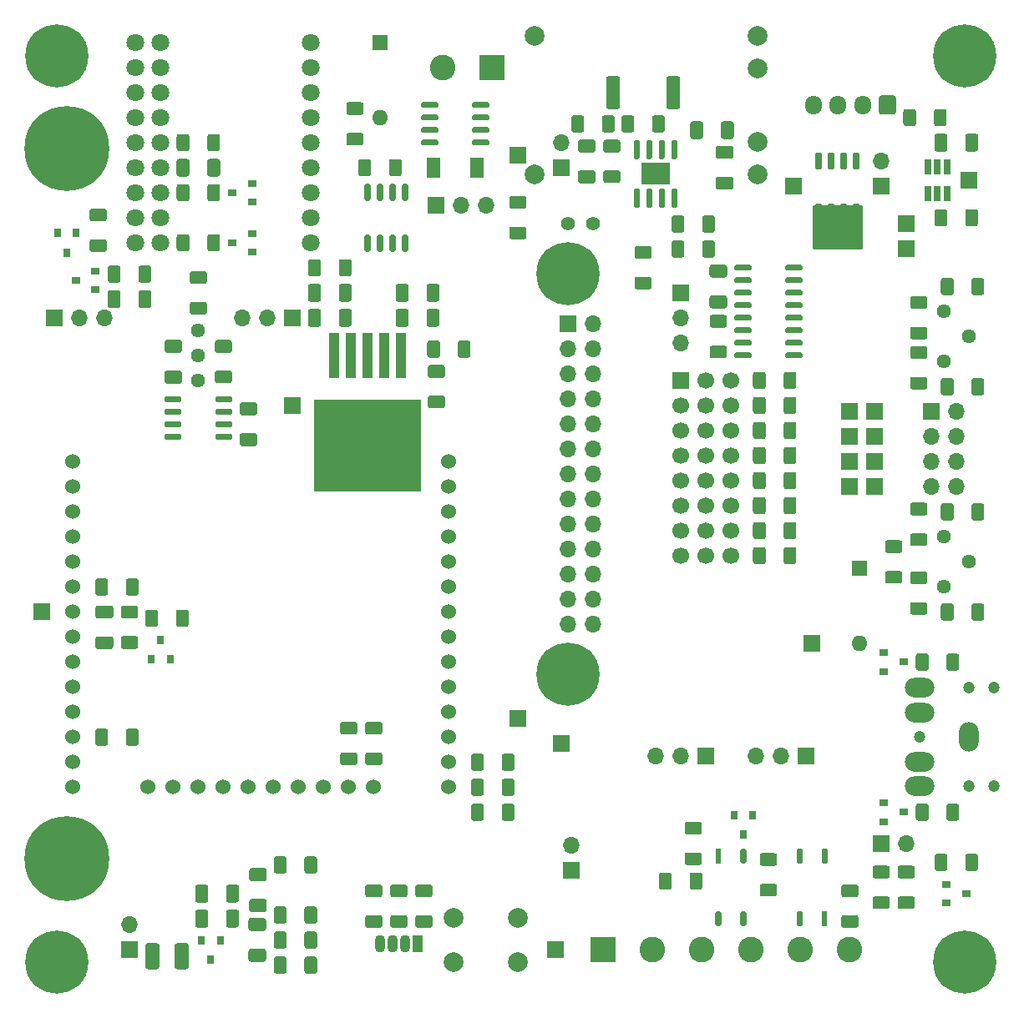
<source format=gbr>
%TF.GenerationSoftware,KiCad,Pcbnew,5.1.9*%
%TF.CreationDate,2021-01-12T21:48:28+01:00*%
%TF.ProjectId,pcb_motherboard_dev,7063625f-6d6f-4746-9865-72626f617264,rev?*%
%TF.SameCoordinates,Original*%
%TF.FileFunction,Soldermask,Bot*%
%TF.FilePolarity,Negative*%
%FSLAX46Y46*%
G04 Gerber Fmt 4.6, Leading zero omitted, Abs format (unit mm)*
G04 Created by KiCad (PCBNEW 5.1.9) date 2021-01-12 21:48:28*
%MOMM*%
%LPD*%
G01*
G04 APERTURE LIST*
%ADD10R,1.700000X1.700000*%
%ADD11R,0.800000X0.900000*%
%ADD12R,0.900000X0.800000*%
%ADD13R,10.800000X9.400000*%
%ADD14R,1.100000X4.600000*%
%ADD15C,1.524000*%
%ADD16R,3.000000X2.290000*%
%ADD17C,1.800000*%
%ADD18O,1.600000X1.600000*%
%ADD19R,1.600000X1.600000*%
%ADD20O,1.700000X1.700000*%
%ADD21C,1.200000*%
%ADD22O,3.000000X2.000000*%
%ADD23O,2.000000X3.000000*%
%ADD24C,1.700000*%
%ADD25C,2.000000*%
%ADD26R,0.600000X1.500000*%
%ADD27C,0.800000*%
%ADD28C,6.400000*%
%ADD29C,0.900000*%
%ADD30C,8.600000*%
%ADD31C,1.440000*%
%ADD32C,2.600000*%
%ADD33R,2.600000X2.600000*%
%ADD34O,1.700000X1.950000*%
%ADD35O,1.070000X1.800000*%
%ADD36R,1.070000X1.800000*%
%ADD37C,1.400000*%
%ADD38R,1.400000X2.100000*%
%ADD39R,0.650000X1.560000*%
%ADD40C,0.254000*%
%ADD41C,0.100000*%
G04 APERTURE END LIST*
D10*
%TO.C,TP22*%
X108878399Y-116641429D03*
%TD*%
%TO.C,TP6*%
X154598399Y-62031429D03*
%TD*%
%TO.C,TP4*%
X148248399Y-66476429D03*
%TD*%
%TO.C,TP1*%
X148248399Y-69016429D03*
%TD*%
%TO.C,L1*%
G36*
G01*
X72543399Y-139696429D02*
X72543399Y-141846429D01*
G75*
G02*
X72293399Y-142096429I-250000J0D01*
G01*
X71368399Y-142096429D01*
G75*
G02*
X71118399Y-141846429I0J250000D01*
G01*
X71118399Y-139696429D01*
G75*
G02*
X71368399Y-139446429I250000J0D01*
G01*
X72293399Y-139446429D01*
G75*
G02*
X72543399Y-139696429I0J-250000D01*
G01*
G37*
G36*
G01*
X75518399Y-139696429D02*
X75518399Y-141846429D01*
G75*
G02*
X75268399Y-142096429I-250000J0D01*
G01*
X74343399Y-142096429D01*
G75*
G02*
X74093399Y-141846429I0J250000D01*
G01*
X74093399Y-139696429D01*
G75*
G02*
X74343399Y-139446429I250000J0D01*
G01*
X75268399Y-139446429D01*
G75*
G02*
X75518399Y-139696429I0J-250000D01*
G01*
G37*
%TD*%
D11*
%TO.C,Q7*%
X131738399Y-128436429D03*
X132688399Y-126436429D03*
X130788399Y-126436429D03*
%TD*%
D12*
%TO.C,Q5*%
X154328399Y-134421429D03*
X152328399Y-133471429D03*
X152328399Y-135371429D03*
%TD*%
%TO.C,Q4*%
X64063399Y-72191429D03*
X66063399Y-73141429D03*
X66063399Y-71241429D03*
%TD*%
D11*
%TO.C,Q3*%
X63158399Y-69381429D03*
X64108399Y-67381429D03*
X62208399Y-67381429D03*
%TD*%
%TO.C,R67*%
G36*
G01*
X127283399Y-128441429D02*
X126033399Y-128441429D01*
G75*
G02*
X125783399Y-128191429I0J250000D01*
G01*
X125783399Y-127391429D01*
G75*
G02*
X126033399Y-127141429I250000J0D01*
G01*
X127283399Y-127141429D01*
G75*
G02*
X127533399Y-127391429I0J-250000D01*
G01*
X127533399Y-128191429D01*
G75*
G02*
X127283399Y-128441429I-250000J0D01*
G01*
G37*
G36*
G01*
X127283399Y-131541429D02*
X126033399Y-131541429D01*
G75*
G02*
X125783399Y-131291429I0J250000D01*
G01*
X125783399Y-130491429D01*
G75*
G02*
X126033399Y-130241429I250000J0D01*
G01*
X127283399Y-130241429D01*
G75*
G02*
X127533399Y-130491429I0J-250000D01*
G01*
X127533399Y-131291429D01*
G75*
G02*
X127283399Y-131541429I-250000J0D01*
G01*
G37*
%TD*%
D13*
%TO.C,U2*%
X93638399Y-88961429D03*
D14*
X97038399Y-79811429D03*
X95338399Y-79811429D03*
X93638399Y-79811429D03*
X91938399Y-79811429D03*
X90238399Y-79811429D03*
%TD*%
D15*
%TO.C,U8*%
X101893399Y-90606429D03*
X101893399Y-93146429D03*
X101893399Y-95686429D03*
X101893399Y-98226429D03*
X101893399Y-100766429D03*
X101893399Y-103306429D03*
X101893399Y-105846429D03*
X101893399Y-108386429D03*
X101893399Y-110926429D03*
X101893399Y-113466429D03*
X101893399Y-116006429D03*
X101893399Y-118546429D03*
X101893399Y-121086429D03*
X101893399Y-123626429D03*
X94273399Y-123626429D03*
X91733399Y-123626429D03*
X89193399Y-123626429D03*
X86653399Y-123626429D03*
X84113399Y-123626429D03*
X81573399Y-123626429D03*
X79033399Y-123626429D03*
X76493399Y-123626429D03*
X73953399Y-123626429D03*
X71413399Y-123626429D03*
X63793399Y-123626429D03*
X63793399Y-121086429D03*
X63793399Y-118546429D03*
X63793399Y-116006429D03*
X63793399Y-113466429D03*
X63793399Y-110926429D03*
X63793399Y-108386429D03*
X63793399Y-105846429D03*
X63793399Y-103306429D03*
X63793399Y-100766429D03*
X63793399Y-98226429D03*
X63793399Y-95686429D03*
X63793399Y-93146429D03*
X63793399Y-90606429D03*
%TD*%
D16*
%TO.C,U1*%
X122848399Y-61396429D03*
G36*
G01*
X120793399Y-62896429D02*
X121093399Y-62896429D01*
G75*
G02*
X121243399Y-63046429I0J-150000D01*
G01*
X121243399Y-64696429D01*
G75*
G02*
X121093399Y-64846429I-150000J0D01*
G01*
X120793399Y-64846429D01*
G75*
G02*
X120643399Y-64696429I0J150000D01*
G01*
X120643399Y-63046429D01*
G75*
G02*
X120793399Y-62896429I150000J0D01*
G01*
G37*
G36*
G01*
X122063399Y-62896429D02*
X122363399Y-62896429D01*
G75*
G02*
X122513399Y-63046429I0J-150000D01*
G01*
X122513399Y-64696429D01*
G75*
G02*
X122363399Y-64846429I-150000J0D01*
G01*
X122063399Y-64846429D01*
G75*
G02*
X121913399Y-64696429I0J150000D01*
G01*
X121913399Y-63046429D01*
G75*
G02*
X122063399Y-62896429I150000J0D01*
G01*
G37*
G36*
G01*
X123333399Y-62896429D02*
X123633399Y-62896429D01*
G75*
G02*
X123783399Y-63046429I0J-150000D01*
G01*
X123783399Y-64696429D01*
G75*
G02*
X123633399Y-64846429I-150000J0D01*
G01*
X123333399Y-64846429D01*
G75*
G02*
X123183399Y-64696429I0J150000D01*
G01*
X123183399Y-63046429D01*
G75*
G02*
X123333399Y-62896429I150000J0D01*
G01*
G37*
G36*
G01*
X124603399Y-62896429D02*
X124903399Y-62896429D01*
G75*
G02*
X125053399Y-63046429I0J-150000D01*
G01*
X125053399Y-64696429D01*
G75*
G02*
X124903399Y-64846429I-150000J0D01*
G01*
X124603399Y-64846429D01*
G75*
G02*
X124453399Y-64696429I0J150000D01*
G01*
X124453399Y-63046429D01*
G75*
G02*
X124603399Y-62896429I150000J0D01*
G01*
G37*
G36*
G01*
X124603399Y-57946429D02*
X124903399Y-57946429D01*
G75*
G02*
X125053399Y-58096429I0J-150000D01*
G01*
X125053399Y-59746429D01*
G75*
G02*
X124903399Y-59896429I-150000J0D01*
G01*
X124603399Y-59896429D01*
G75*
G02*
X124453399Y-59746429I0J150000D01*
G01*
X124453399Y-58096429D01*
G75*
G02*
X124603399Y-57946429I150000J0D01*
G01*
G37*
G36*
G01*
X123333399Y-57946429D02*
X123633399Y-57946429D01*
G75*
G02*
X123783399Y-58096429I0J-150000D01*
G01*
X123783399Y-59746429D01*
G75*
G02*
X123633399Y-59896429I-150000J0D01*
G01*
X123333399Y-59896429D01*
G75*
G02*
X123183399Y-59746429I0J150000D01*
G01*
X123183399Y-58096429D01*
G75*
G02*
X123333399Y-57946429I150000J0D01*
G01*
G37*
G36*
G01*
X122063399Y-57946429D02*
X122363399Y-57946429D01*
G75*
G02*
X122513399Y-58096429I0J-150000D01*
G01*
X122513399Y-59746429D01*
G75*
G02*
X122363399Y-59896429I-150000J0D01*
G01*
X122063399Y-59896429D01*
G75*
G02*
X121913399Y-59746429I0J150000D01*
G01*
X121913399Y-58096429D01*
G75*
G02*
X122063399Y-57946429I150000J0D01*
G01*
G37*
G36*
G01*
X120793399Y-57946429D02*
X121093399Y-57946429D01*
G75*
G02*
X121243399Y-58096429I0J-150000D01*
G01*
X121243399Y-59746429D01*
G75*
G02*
X121093399Y-59896429I-150000J0D01*
G01*
X120793399Y-59896429D01*
G75*
G02*
X120643399Y-59746429I0J150000D01*
G01*
X120643399Y-58096429D01*
G75*
G02*
X120793399Y-57946429I150000J0D01*
G01*
G37*
%TD*%
D17*
%TO.C,U10*%
X72683399Y-48061429D03*
X72683399Y-50601429D03*
X72683399Y-53141429D03*
X72683399Y-55681429D03*
X72683399Y-58221429D03*
X72683399Y-60761429D03*
X72683399Y-63301429D03*
X72683399Y-65841429D03*
X72683399Y-68381429D03*
X87923399Y-68381429D03*
X87923399Y-65841429D03*
X87923399Y-63301429D03*
X87923399Y-60761429D03*
X87923399Y-58221429D03*
X87923399Y-55681429D03*
X87923399Y-53141429D03*
X87923399Y-50601429D03*
X87923399Y-48061429D03*
X70143399Y-68381429D03*
X70143399Y-65841429D03*
X70143399Y-63301429D03*
X70143399Y-60761429D03*
X70143399Y-58221429D03*
X70143399Y-55681429D03*
X70143399Y-53141429D03*
X70143399Y-50601429D03*
X70143399Y-48061429D03*
%TD*%
D10*
%TO.C,TP21*%
X142533399Y-93146429D03*
%TD*%
%TO.C,TP20*%
X145073399Y-93146429D03*
%TD*%
%TO.C,TP19*%
X142533399Y-90606429D03*
%TD*%
%TO.C,TP18*%
X145073399Y-90606429D03*
%TD*%
%TO.C,TP17*%
X142533399Y-88066429D03*
%TD*%
%TO.C,TP16*%
X145073399Y-88066429D03*
%TD*%
%TO.C,TP15*%
X142533399Y-85526429D03*
%TD*%
%TO.C,TP14*%
X145073399Y-85526429D03*
%TD*%
%TO.C,TP12*%
X113323399Y-119181429D03*
%TD*%
%TO.C,TP11*%
X138723399Y-109021429D03*
%TD*%
%TO.C,TP10*%
X112688399Y-140136429D03*
%TD*%
%TO.C,TP9*%
X86018399Y-84891429D03*
%TD*%
%TO.C,TP8*%
X60618399Y-105846429D03*
%TD*%
%TO.C,TP5*%
X108878399Y-59491429D03*
%TD*%
%TO.C,TP3*%
X136818399Y-62666429D03*
%TD*%
D18*
%TO.C,SW3*%
X143510000Y-109021429D03*
D19*
X143510000Y-101401429D03*
%TD*%
D20*
%TO.C,JP8*%
X133008399Y-120451429D03*
X135548399Y-120451429D03*
D10*
X138088399Y-120451429D03*
%TD*%
D21*
%TO.C,J5*%
X149598399Y-118546429D03*
X157098399Y-113546429D03*
X154598399Y-113546429D03*
X157098399Y-123546429D03*
X154598399Y-123546429D03*
D22*
X149598399Y-113546429D03*
X149598399Y-116046429D03*
X149598399Y-121046429D03*
X149598399Y-123546429D03*
D23*
X154598399Y-118546429D03*
%TD*%
D24*
%TO.C,U12*%
X130468399Y-100131429D03*
X130468399Y-97591429D03*
X130468399Y-95051429D03*
X130468399Y-92511429D03*
X130468399Y-89971429D03*
X130468399Y-87431429D03*
X130468399Y-84891429D03*
X130468399Y-82351429D03*
X127928399Y-100131429D03*
X127928399Y-97591429D03*
X127928399Y-95051429D03*
X127928399Y-92511429D03*
X127928399Y-89971429D03*
X127928399Y-87431429D03*
X127928399Y-84891429D03*
X127928399Y-82351429D03*
X125388399Y-100131429D03*
X125388399Y-97591429D03*
X125388399Y-95051429D03*
X125388399Y-92511429D03*
X125388399Y-89971429D03*
X125388399Y-87431429D03*
X125388399Y-84891429D03*
D10*
X125388399Y-82351429D03*
%TD*%
D25*
%TO.C,U3*%
X133163399Y-61411429D03*
X133163399Y-58111429D03*
X133163399Y-50711429D03*
X133163399Y-47411429D03*
X110563399Y-47411429D03*
X110563399Y-61411429D03*
%TD*%
D20*
%TO.C,TP13*%
X114300000Y-129540000D03*
D10*
X114300000Y-132080000D03*
%TD*%
D20*
%TO.C,TP7*%
X69508399Y-137596429D03*
D10*
X69508399Y-140136429D03*
%TD*%
D20*
%TO.C,TP2*%
X145708399Y-60126429D03*
D10*
X145708399Y-62666429D03*
%TD*%
%TO.C,U6*%
G36*
G01*
X131588399Y-136211429D02*
X131888399Y-136211429D01*
G75*
G02*
X132038399Y-136361429I0J-150000D01*
G01*
X132038399Y-137561429D01*
G75*
G02*
X131888399Y-137711429I-150000J0D01*
G01*
X131588399Y-137711429D01*
G75*
G02*
X131438399Y-137561429I0J150000D01*
G01*
X131438399Y-136361429D01*
G75*
G02*
X131588399Y-136211429I150000J0D01*
G01*
G37*
G36*
G01*
X129048399Y-136211429D02*
X129348399Y-136211429D01*
G75*
G02*
X129498399Y-136361429I0J-150000D01*
G01*
X129498399Y-137561429D01*
G75*
G02*
X129348399Y-137711429I-150000J0D01*
G01*
X129048399Y-137711429D01*
G75*
G02*
X128898399Y-137561429I0J150000D01*
G01*
X128898399Y-136361429D01*
G75*
G02*
X129048399Y-136211429I150000J0D01*
G01*
G37*
G36*
G01*
X131588399Y-129861429D02*
X131888399Y-129861429D01*
G75*
G02*
X132038399Y-130011429I0J-150000D01*
G01*
X132038399Y-131211429D01*
G75*
G02*
X131888399Y-131361429I-150000J0D01*
G01*
X131588399Y-131361429D01*
G75*
G02*
X131438399Y-131211429I0J150000D01*
G01*
X131438399Y-130011429D01*
G75*
G02*
X131588399Y-129861429I150000J0D01*
G01*
G37*
D26*
X129198399Y-130611429D03*
%TD*%
D11*
%TO.C,D12*%
X72683399Y-108656429D03*
X71733399Y-110656429D03*
X73633399Y-110656429D03*
%TD*%
D27*
%TO.C,H4*%
X155855455Y-139684373D03*
X154158399Y-138981429D03*
X152461343Y-139684373D03*
X151758399Y-141381429D03*
X152461343Y-143078485D03*
X154158399Y-143781429D03*
X155855455Y-143078485D03*
X156558399Y-141381429D03*
D28*
X154158399Y-141381429D03*
%TD*%
D27*
%TO.C,H3*%
X155855455Y-47684373D03*
X154158399Y-46981429D03*
X152461343Y-47684373D03*
X151758399Y-49381429D03*
X152461343Y-51078485D03*
X154158399Y-51781429D03*
X155855455Y-51078485D03*
X156558399Y-49381429D03*
D28*
X154158399Y-49381429D03*
%TD*%
D27*
%TO.C,H2*%
X63855455Y-47684373D03*
X62158399Y-46981429D03*
X60461343Y-47684373D03*
X59758399Y-49381429D03*
X60461343Y-51078485D03*
X62158399Y-51781429D03*
X63855455Y-51078485D03*
X64558399Y-49381429D03*
D28*
X62158399Y-49381429D03*
%TD*%
D27*
%TO.C,H8*%
X63855455Y-139684373D03*
X62158399Y-138981429D03*
X60461343Y-139684373D03*
X59758399Y-141381429D03*
X60461343Y-143078485D03*
X62158399Y-143781429D03*
X63855455Y-143078485D03*
X64558399Y-141381429D03*
D28*
X62158399Y-141381429D03*
%TD*%
%TO.C,Q6*%
G36*
G01*
X93488399Y-62391429D02*
X93788399Y-62391429D01*
G75*
G02*
X93938399Y-62541429I0J-150000D01*
G01*
X93938399Y-63991429D01*
G75*
G02*
X93788399Y-64141429I-150000J0D01*
G01*
X93488399Y-64141429D01*
G75*
G02*
X93338399Y-63991429I0J150000D01*
G01*
X93338399Y-62541429D01*
G75*
G02*
X93488399Y-62391429I150000J0D01*
G01*
G37*
G36*
G01*
X94758399Y-62391429D02*
X95058399Y-62391429D01*
G75*
G02*
X95208399Y-62541429I0J-150000D01*
G01*
X95208399Y-63991429D01*
G75*
G02*
X95058399Y-64141429I-150000J0D01*
G01*
X94758399Y-64141429D01*
G75*
G02*
X94608399Y-63991429I0J150000D01*
G01*
X94608399Y-62541429D01*
G75*
G02*
X94758399Y-62391429I150000J0D01*
G01*
G37*
G36*
G01*
X96028399Y-62391429D02*
X96328399Y-62391429D01*
G75*
G02*
X96478399Y-62541429I0J-150000D01*
G01*
X96478399Y-63991429D01*
G75*
G02*
X96328399Y-64141429I-150000J0D01*
G01*
X96028399Y-64141429D01*
G75*
G02*
X95878399Y-63991429I0J150000D01*
G01*
X95878399Y-62541429D01*
G75*
G02*
X96028399Y-62391429I150000J0D01*
G01*
G37*
G36*
G01*
X97298399Y-62391429D02*
X97598399Y-62391429D01*
G75*
G02*
X97748399Y-62541429I0J-150000D01*
G01*
X97748399Y-63991429D01*
G75*
G02*
X97598399Y-64141429I-150000J0D01*
G01*
X97298399Y-64141429D01*
G75*
G02*
X97148399Y-63991429I0J150000D01*
G01*
X97148399Y-62541429D01*
G75*
G02*
X97298399Y-62391429I150000J0D01*
G01*
G37*
G36*
G01*
X97298399Y-67541429D02*
X97598399Y-67541429D01*
G75*
G02*
X97748399Y-67691429I0J-150000D01*
G01*
X97748399Y-69141429D01*
G75*
G02*
X97598399Y-69291429I-150000J0D01*
G01*
X97298399Y-69291429D01*
G75*
G02*
X97148399Y-69141429I0J150000D01*
G01*
X97148399Y-67691429D01*
G75*
G02*
X97298399Y-67541429I150000J0D01*
G01*
G37*
G36*
G01*
X96028399Y-67541429D02*
X96328399Y-67541429D01*
G75*
G02*
X96478399Y-67691429I0J-150000D01*
G01*
X96478399Y-69141429D01*
G75*
G02*
X96328399Y-69291429I-150000J0D01*
G01*
X96028399Y-69291429D01*
G75*
G02*
X95878399Y-69141429I0J150000D01*
G01*
X95878399Y-67691429D01*
G75*
G02*
X96028399Y-67541429I150000J0D01*
G01*
G37*
G36*
G01*
X94758399Y-67541429D02*
X95058399Y-67541429D01*
G75*
G02*
X95208399Y-67691429I0J-150000D01*
G01*
X95208399Y-69141429D01*
G75*
G02*
X95058399Y-69291429I-150000J0D01*
G01*
X94758399Y-69291429D01*
G75*
G02*
X94608399Y-69141429I0J150000D01*
G01*
X94608399Y-67691429D01*
G75*
G02*
X94758399Y-67541429I150000J0D01*
G01*
G37*
G36*
G01*
X93488399Y-67541429D02*
X93788399Y-67541429D01*
G75*
G02*
X93938399Y-67691429I0J-150000D01*
G01*
X93938399Y-69141429D01*
G75*
G02*
X93788399Y-69291429I-150000J0D01*
G01*
X93488399Y-69291429D01*
G75*
G02*
X93338399Y-69141429I0J150000D01*
G01*
X93338399Y-67691429D01*
G75*
G02*
X93488399Y-67541429I150000J0D01*
G01*
G37*
%TD*%
D18*
%TO.C,SW2*%
X94908399Y-55681429D03*
D19*
X94908399Y-48061429D03*
%TD*%
%TO.C,R66*%
G36*
G01*
X94008399Y-60136428D02*
X94008399Y-61386430D01*
G75*
G02*
X93758400Y-61636429I-249999J0D01*
G01*
X92958398Y-61636429D01*
G75*
G02*
X92708399Y-61386430I0J249999D01*
G01*
X92708399Y-60136428D01*
G75*
G02*
X92958398Y-59886429I249999J0D01*
G01*
X93758400Y-59886429D01*
G75*
G02*
X94008399Y-60136428I0J-249999D01*
G01*
G37*
G36*
G01*
X97108399Y-60136428D02*
X97108399Y-61386430D01*
G75*
G02*
X96858400Y-61636429I-249999J0D01*
G01*
X96058398Y-61636429D01*
G75*
G02*
X95808399Y-61386430I0J249999D01*
G01*
X95808399Y-60136428D01*
G75*
G02*
X96058398Y-59886429I249999J0D01*
G01*
X96858400Y-59886429D01*
G75*
G02*
X97108399Y-60136428I0J-249999D01*
G01*
G37*
%TD*%
%TO.C,R65*%
G36*
G01*
X91743398Y-57216429D02*
X92993400Y-57216429D01*
G75*
G02*
X93243399Y-57466428I0J-249999D01*
G01*
X93243399Y-58266430D01*
G75*
G02*
X92993400Y-58516429I-249999J0D01*
G01*
X91743398Y-58516429D01*
G75*
G02*
X91493399Y-58266430I0J249999D01*
G01*
X91493399Y-57466428D01*
G75*
G02*
X91743398Y-57216429I249999J0D01*
G01*
G37*
G36*
G01*
X91743398Y-54116429D02*
X92993400Y-54116429D01*
G75*
G02*
X93243399Y-54366428I0J-249999D01*
G01*
X93243399Y-55166430D01*
G75*
G02*
X92993400Y-55416429I-249999J0D01*
G01*
X91743398Y-55416429D01*
G75*
G02*
X91493399Y-55166430I0J249999D01*
G01*
X91493399Y-54366428D01*
G75*
G02*
X91743398Y-54116429I249999J0D01*
G01*
G37*
%TD*%
D20*
%TO.C,J7*%
X116498399Y-107116429D03*
X113958399Y-107116429D03*
X116498399Y-104576429D03*
X113958399Y-104576429D03*
X116498399Y-102036429D03*
X113958399Y-102036429D03*
X116498399Y-99496429D03*
X113958399Y-99496429D03*
X116498399Y-96956429D03*
X113958399Y-96956429D03*
X116498399Y-94416429D03*
X113958399Y-94416429D03*
X116498399Y-91876429D03*
X113958399Y-91876429D03*
X116498399Y-89336429D03*
X113958399Y-89336429D03*
X116498399Y-86796429D03*
X113958399Y-86796429D03*
X116498399Y-84256429D03*
X113958399Y-84256429D03*
X116498399Y-81716429D03*
X113958399Y-81716429D03*
X116498399Y-79176429D03*
X113958399Y-79176429D03*
X116498399Y-76636429D03*
D10*
X113958399Y-76636429D03*
%TD*%
%TO.C,U7*%
G36*
G01*
X132578399Y-70771429D02*
X132578399Y-71071429D01*
G75*
G02*
X132428399Y-71221429I-150000J0D01*
G01*
X130978399Y-71221429D01*
G75*
G02*
X130828399Y-71071429I0J150000D01*
G01*
X130828399Y-70771429D01*
G75*
G02*
X130978399Y-70621429I150000J0D01*
G01*
X132428399Y-70621429D01*
G75*
G02*
X132578399Y-70771429I0J-150000D01*
G01*
G37*
G36*
G01*
X132578399Y-72041429D02*
X132578399Y-72341429D01*
G75*
G02*
X132428399Y-72491429I-150000J0D01*
G01*
X130978399Y-72491429D01*
G75*
G02*
X130828399Y-72341429I0J150000D01*
G01*
X130828399Y-72041429D01*
G75*
G02*
X130978399Y-71891429I150000J0D01*
G01*
X132428399Y-71891429D01*
G75*
G02*
X132578399Y-72041429I0J-150000D01*
G01*
G37*
G36*
G01*
X132578399Y-73311429D02*
X132578399Y-73611429D01*
G75*
G02*
X132428399Y-73761429I-150000J0D01*
G01*
X130978399Y-73761429D01*
G75*
G02*
X130828399Y-73611429I0J150000D01*
G01*
X130828399Y-73311429D01*
G75*
G02*
X130978399Y-73161429I150000J0D01*
G01*
X132428399Y-73161429D01*
G75*
G02*
X132578399Y-73311429I0J-150000D01*
G01*
G37*
G36*
G01*
X132578399Y-74581429D02*
X132578399Y-74881429D01*
G75*
G02*
X132428399Y-75031429I-150000J0D01*
G01*
X130978399Y-75031429D01*
G75*
G02*
X130828399Y-74881429I0J150000D01*
G01*
X130828399Y-74581429D01*
G75*
G02*
X130978399Y-74431429I150000J0D01*
G01*
X132428399Y-74431429D01*
G75*
G02*
X132578399Y-74581429I0J-150000D01*
G01*
G37*
G36*
G01*
X132578399Y-75851429D02*
X132578399Y-76151429D01*
G75*
G02*
X132428399Y-76301429I-150000J0D01*
G01*
X130978399Y-76301429D01*
G75*
G02*
X130828399Y-76151429I0J150000D01*
G01*
X130828399Y-75851429D01*
G75*
G02*
X130978399Y-75701429I150000J0D01*
G01*
X132428399Y-75701429D01*
G75*
G02*
X132578399Y-75851429I0J-150000D01*
G01*
G37*
G36*
G01*
X132578399Y-77121429D02*
X132578399Y-77421429D01*
G75*
G02*
X132428399Y-77571429I-150000J0D01*
G01*
X130978399Y-77571429D01*
G75*
G02*
X130828399Y-77421429I0J150000D01*
G01*
X130828399Y-77121429D01*
G75*
G02*
X130978399Y-76971429I150000J0D01*
G01*
X132428399Y-76971429D01*
G75*
G02*
X132578399Y-77121429I0J-150000D01*
G01*
G37*
G36*
G01*
X132578399Y-78391429D02*
X132578399Y-78691429D01*
G75*
G02*
X132428399Y-78841429I-150000J0D01*
G01*
X130978399Y-78841429D01*
G75*
G02*
X130828399Y-78691429I0J150000D01*
G01*
X130828399Y-78391429D01*
G75*
G02*
X130978399Y-78241429I150000J0D01*
G01*
X132428399Y-78241429D01*
G75*
G02*
X132578399Y-78391429I0J-150000D01*
G01*
G37*
G36*
G01*
X132578399Y-79661429D02*
X132578399Y-79961429D01*
G75*
G02*
X132428399Y-80111429I-150000J0D01*
G01*
X130978399Y-80111429D01*
G75*
G02*
X130828399Y-79961429I0J150000D01*
G01*
X130828399Y-79661429D01*
G75*
G02*
X130978399Y-79511429I150000J0D01*
G01*
X132428399Y-79511429D01*
G75*
G02*
X132578399Y-79661429I0J-150000D01*
G01*
G37*
G36*
G01*
X137728399Y-79661429D02*
X137728399Y-79961429D01*
G75*
G02*
X137578399Y-80111429I-150000J0D01*
G01*
X136128399Y-80111429D01*
G75*
G02*
X135978399Y-79961429I0J150000D01*
G01*
X135978399Y-79661429D01*
G75*
G02*
X136128399Y-79511429I150000J0D01*
G01*
X137578399Y-79511429D01*
G75*
G02*
X137728399Y-79661429I0J-150000D01*
G01*
G37*
G36*
G01*
X137728399Y-78391429D02*
X137728399Y-78691429D01*
G75*
G02*
X137578399Y-78841429I-150000J0D01*
G01*
X136128399Y-78841429D01*
G75*
G02*
X135978399Y-78691429I0J150000D01*
G01*
X135978399Y-78391429D01*
G75*
G02*
X136128399Y-78241429I150000J0D01*
G01*
X137578399Y-78241429D01*
G75*
G02*
X137728399Y-78391429I0J-150000D01*
G01*
G37*
G36*
G01*
X137728399Y-77121429D02*
X137728399Y-77421429D01*
G75*
G02*
X137578399Y-77571429I-150000J0D01*
G01*
X136128399Y-77571429D01*
G75*
G02*
X135978399Y-77421429I0J150000D01*
G01*
X135978399Y-77121429D01*
G75*
G02*
X136128399Y-76971429I150000J0D01*
G01*
X137578399Y-76971429D01*
G75*
G02*
X137728399Y-77121429I0J-150000D01*
G01*
G37*
G36*
G01*
X137728399Y-75851429D02*
X137728399Y-76151429D01*
G75*
G02*
X137578399Y-76301429I-150000J0D01*
G01*
X136128399Y-76301429D01*
G75*
G02*
X135978399Y-76151429I0J150000D01*
G01*
X135978399Y-75851429D01*
G75*
G02*
X136128399Y-75701429I150000J0D01*
G01*
X137578399Y-75701429D01*
G75*
G02*
X137728399Y-75851429I0J-150000D01*
G01*
G37*
G36*
G01*
X137728399Y-74581429D02*
X137728399Y-74881429D01*
G75*
G02*
X137578399Y-75031429I-150000J0D01*
G01*
X136128399Y-75031429D01*
G75*
G02*
X135978399Y-74881429I0J150000D01*
G01*
X135978399Y-74581429D01*
G75*
G02*
X136128399Y-74431429I150000J0D01*
G01*
X137578399Y-74431429D01*
G75*
G02*
X137728399Y-74581429I0J-150000D01*
G01*
G37*
G36*
G01*
X137728399Y-73311429D02*
X137728399Y-73611429D01*
G75*
G02*
X137578399Y-73761429I-150000J0D01*
G01*
X136128399Y-73761429D01*
G75*
G02*
X135978399Y-73611429I0J150000D01*
G01*
X135978399Y-73311429D01*
G75*
G02*
X136128399Y-73161429I150000J0D01*
G01*
X137578399Y-73161429D01*
G75*
G02*
X137728399Y-73311429I0J-150000D01*
G01*
G37*
G36*
G01*
X137728399Y-72041429D02*
X137728399Y-72341429D01*
G75*
G02*
X137578399Y-72491429I-150000J0D01*
G01*
X136128399Y-72491429D01*
G75*
G02*
X135978399Y-72341429I0J150000D01*
G01*
X135978399Y-72041429D01*
G75*
G02*
X136128399Y-71891429I150000J0D01*
G01*
X137578399Y-71891429D01*
G75*
G02*
X137728399Y-72041429I0J-150000D01*
G01*
G37*
G36*
G01*
X137728399Y-70771429D02*
X137728399Y-71071429D01*
G75*
G02*
X137578399Y-71221429I-150000J0D01*
G01*
X136128399Y-71221429D01*
G75*
G02*
X135978399Y-71071429I0J150000D01*
G01*
X135978399Y-70771429D01*
G75*
G02*
X136128399Y-70621429I150000J0D01*
G01*
X137578399Y-70621429D01*
G75*
G02*
X137728399Y-70771429I0J-150000D01*
G01*
G37*
%TD*%
%TO.C,R64*%
G36*
G01*
X135813399Y-100756430D02*
X135813399Y-99506428D01*
G75*
G02*
X136063398Y-99256429I249999J0D01*
G01*
X136863400Y-99256429D01*
G75*
G02*
X137113399Y-99506428I0J-249999D01*
G01*
X137113399Y-100756430D01*
G75*
G02*
X136863400Y-101006429I-249999J0D01*
G01*
X136063398Y-101006429D01*
G75*
G02*
X135813399Y-100756430I0J249999D01*
G01*
G37*
G36*
G01*
X132713399Y-100756430D02*
X132713399Y-99506428D01*
G75*
G02*
X132963398Y-99256429I249999J0D01*
G01*
X133763400Y-99256429D01*
G75*
G02*
X134013399Y-99506428I0J-249999D01*
G01*
X134013399Y-100756430D01*
G75*
G02*
X133763400Y-101006429I-249999J0D01*
G01*
X132963398Y-101006429D01*
G75*
G02*
X132713399Y-100756430I0J249999D01*
G01*
G37*
%TD*%
%TO.C,R63*%
G36*
G01*
X135813399Y-98216430D02*
X135813399Y-96966428D01*
G75*
G02*
X136063398Y-96716429I249999J0D01*
G01*
X136863400Y-96716429D01*
G75*
G02*
X137113399Y-96966428I0J-249999D01*
G01*
X137113399Y-98216430D01*
G75*
G02*
X136863400Y-98466429I-249999J0D01*
G01*
X136063398Y-98466429D01*
G75*
G02*
X135813399Y-98216430I0J249999D01*
G01*
G37*
G36*
G01*
X132713399Y-98216430D02*
X132713399Y-96966428D01*
G75*
G02*
X132963398Y-96716429I249999J0D01*
G01*
X133763400Y-96716429D01*
G75*
G02*
X134013399Y-96966428I0J-249999D01*
G01*
X134013399Y-98216430D01*
G75*
G02*
X133763400Y-98466429I-249999J0D01*
G01*
X132963398Y-98466429D01*
G75*
G02*
X132713399Y-98216430I0J249999D01*
G01*
G37*
%TD*%
%TO.C,R62*%
G36*
G01*
X135813399Y-95676430D02*
X135813399Y-94426428D01*
G75*
G02*
X136063398Y-94176429I249999J0D01*
G01*
X136863400Y-94176429D01*
G75*
G02*
X137113399Y-94426428I0J-249999D01*
G01*
X137113399Y-95676430D01*
G75*
G02*
X136863400Y-95926429I-249999J0D01*
G01*
X136063398Y-95926429D01*
G75*
G02*
X135813399Y-95676430I0J249999D01*
G01*
G37*
G36*
G01*
X132713399Y-95676430D02*
X132713399Y-94426428D01*
G75*
G02*
X132963398Y-94176429I249999J0D01*
G01*
X133763400Y-94176429D01*
G75*
G02*
X134013399Y-94426428I0J-249999D01*
G01*
X134013399Y-95676430D01*
G75*
G02*
X133763400Y-95926429I-249999J0D01*
G01*
X132963398Y-95926429D01*
G75*
G02*
X132713399Y-95676430I0J249999D01*
G01*
G37*
%TD*%
%TO.C,R61*%
G36*
G01*
X135813399Y-93136430D02*
X135813399Y-91886428D01*
G75*
G02*
X136063398Y-91636429I249999J0D01*
G01*
X136863400Y-91636429D01*
G75*
G02*
X137113399Y-91886428I0J-249999D01*
G01*
X137113399Y-93136430D01*
G75*
G02*
X136863400Y-93386429I-249999J0D01*
G01*
X136063398Y-93386429D01*
G75*
G02*
X135813399Y-93136430I0J249999D01*
G01*
G37*
G36*
G01*
X132713399Y-93136430D02*
X132713399Y-91886428D01*
G75*
G02*
X132963398Y-91636429I249999J0D01*
G01*
X133763400Y-91636429D01*
G75*
G02*
X134013399Y-91886428I0J-249999D01*
G01*
X134013399Y-93136430D01*
G75*
G02*
X133763400Y-93386429I-249999J0D01*
G01*
X132963398Y-93386429D01*
G75*
G02*
X132713399Y-93136430I0J249999D01*
G01*
G37*
%TD*%
%TO.C,R60*%
G36*
G01*
X135813399Y-90596430D02*
X135813399Y-89346428D01*
G75*
G02*
X136063398Y-89096429I249999J0D01*
G01*
X136863400Y-89096429D01*
G75*
G02*
X137113399Y-89346428I0J-249999D01*
G01*
X137113399Y-90596430D01*
G75*
G02*
X136863400Y-90846429I-249999J0D01*
G01*
X136063398Y-90846429D01*
G75*
G02*
X135813399Y-90596430I0J249999D01*
G01*
G37*
G36*
G01*
X132713399Y-90596430D02*
X132713399Y-89346428D01*
G75*
G02*
X132963398Y-89096429I249999J0D01*
G01*
X133763400Y-89096429D01*
G75*
G02*
X134013399Y-89346428I0J-249999D01*
G01*
X134013399Y-90596430D01*
G75*
G02*
X133763400Y-90846429I-249999J0D01*
G01*
X132963398Y-90846429D01*
G75*
G02*
X132713399Y-90596430I0J249999D01*
G01*
G37*
%TD*%
%TO.C,R59*%
G36*
G01*
X135813399Y-88056430D02*
X135813399Y-86806428D01*
G75*
G02*
X136063398Y-86556429I249999J0D01*
G01*
X136863400Y-86556429D01*
G75*
G02*
X137113399Y-86806428I0J-249999D01*
G01*
X137113399Y-88056430D01*
G75*
G02*
X136863400Y-88306429I-249999J0D01*
G01*
X136063398Y-88306429D01*
G75*
G02*
X135813399Y-88056430I0J249999D01*
G01*
G37*
G36*
G01*
X132713399Y-88056430D02*
X132713399Y-86806428D01*
G75*
G02*
X132963398Y-86556429I249999J0D01*
G01*
X133763400Y-86556429D01*
G75*
G02*
X134013399Y-86806428I0J-249999D01*
G01*
X134013399Y-88056430D01*
G75*
G02*
X133763400Y-88306429I-249999J0D01*
G01*
X132963398Y-88306429D01*
G75*
G02*
X132713399Y-88056430I0J249999D01*
G01*
G37*
%TD*%
%TO.C,R58*%
G36*
G01*
X135813399Y-85516430D02*
X135813399Y-84266428D01*
G75*
G02*
X136063398Y-84016429I249999J0D01*
G01*
X136863400Y-84016429D01*
G75*
G02*
X137113399Y-84266428I0J-249999D01*
G01*
X137113399Y-85516430D01*
G75*
G02*
X136863400Y-85766429I-249999J0D01*
G01*
X136063398Y-85766429D01*
G75*
G02*
X135813399Y-85516430I0J249999D01*
G01*
G37*
G36*
G01*
X132713399Y-85516430D02*
X132713399Y-84266428D01*
G75*
G02*
X132963398Y-84016429I249999J0D01*
G01*
X133763400Y-84016429D01*
G75*
G02*
X134013399Y-84266428I0J-249999D01*
G01*
X134013399Y-85516430D01*
G75*
G02*
X133763400Y-85766429I-249999J0D01*
G01*
X132963398Y-85766429D01*
G75*
G02*
X132713399Y-85516430I0J249999D01*
G01*
G37*
%TD*%
%TO.C,R57*%
G36*
G01*
X135813399Y-82976430D02*
X135813399Y-81726428D01*
G75*
G02*
X136063398Y-81476429I249999J0D01*
G01*
X136863400Y-81476429D01*
G75*
G02*
X137113399Y-81726428I0J-249999D01*
G01*
X137113399Y-82976430D01*
G75*
G02*
X136863400Y-83226429I-249999J0D01*
G01*
X136063398Y-83226429D01*
G75*
G02*
X135813399Y-82976430I0J249999D01*
G01*
G37*
G36*
G01*
X132713399Y-82976430D02*
X132713399Y-81726428D01*
G75*
G02*
X132963398Y-81476429I249999J0D01*
G01*
X133763400Y-81476429D01*
G75*
G02*
X134013399Y-81726428I0J-249999D01*
G01*
X134013399Y-82976430D01*
G75*
G02*
X133763400Y-83226429I-249999J0D01*
G01*
X132963398Y-83226429D01*
G75*
G02*
X132713399Y-82976430I0J249999D01*
G01*
G37*
%TD*%
%TO.C,R53*%
G36*
G01*
X120953398Y-71821429D02*
X122203400Y-71821429D01*
G75*
G02*
X122453399Y-72071428I0J-249999D01*
G01*
X122453399Y-72871430D01*
G75*
G02*
X122203400Y-73121429I-249999J0D01*
G01*
X120953398Y-73121429D01*
G75*
G02*
X120703399Y-72871430I0J249999D01*
G01*
X120703399Y-72071428D01*
G75*
G02*
X120953398Y-71821429I249999J0D01*
G01*
G37*
G36*
G01*
X120953398Y-68721429D02*
X122203400Y-68721429D01*
G75*
G02*
X122453399Y-68971428I0J-249999D01*
G01*
X122453399Y-69771430D01*
G75*
G02*
X122203400Y-70021429I-249999J0D01*
G01*
X120953398Y-70021429D01*
G75*
G02*
X120703399Y-69771430I0J249999D01*
G01*
X120703399Y-68971428D01*
G75*
G02*
X120953398Y-68721429I249999J0D01*
G01*
G37*
%TD*%
%TO.C,R29*%
G36*
G01*
X129823400Y-77006429D02*
X128573398Y-77006429D01*
G75*
G02*
X128323399Y-76756430I0J249999D01*
G01*
X128323399Y-75956428D01*
G75*
G02*
X128573398Y-75706429I249999J0D01*
G01*
X129823400Y-75706429D01*
G75*
G02*
X130073399Y-75956428I0J-249999D01*
G01*
X130073399Y-76756430D01*
G75*
G02*
X129823400Y-77006429I-249999J0D01*
G01*
G37*
G36*
G01*
X129823400Y-80106429D02*
X128573398Y-80106429D01*
G75*
G02*
X128323399Y-79856430I0J249999D01*
G01*
X128323399Y-79056428D01*
G75*
G02*
X128573398Y-78806429I249999J0D01*
G01*
X129823400Y-78806429D01*
G75*
G02*
X130073399Y-79056428I0J-249999D01*
G01*
X130073399Y-79856430D01*
G75*
G02*
X129823400Y-80106429I-249999J0D01*
G01*
G37*
%TD*%
D20*
%TO.C,JP4*%
X125388399Y-78541429D03*
X125388399Y-76001429D03*
D10*
X125388399Y-73461429D03*
%TD*%
%TO.C,C12*%
G36*
G01*
X128548396Y-73726429D02*
X129848402Y-73726429D01*
G75*
G02*
X130098399Y-73976426I0J-249997D01*
G01*
X130098399Y-74801432D01*
G75*
G02*
X129848402Y-75051429I-249997J0D01*
G01*
X128548396Y-75051429D01*
G75*
G02*
X128298399Y-74801432I0J249997D01*
G01*
X128298399Y-73976426D01*
G75*
G02*
X128548396Y-73726429I249997J0D01*
G01*
G37*
G36*
G01*
X128548396Y-70601429D02*
X129848402Y-70601429D01*
G75*
G02*
X130098399Y-70851426I0J-249997D01*
G01*
X130098399Y-71676432D01*
G75*
G02*
X129848402Y-71926429I-249997J0D01*
G01*
X128548396Y-71926429D01*
G75*
G02*
X128298399Y-71676432I0J249997D01*
G01*
X128298399Y-70851426D01*
G75*
G02*
X128548396Y-70601429I249997J0D01*
G01*
G37*
%TD*%
D29*
%TO.C,H7*%
X65438818Y-56576010D03*
X63158399Y-55631429D03*
X60877980Y-56576010D03*
X59933399Y-58856429D03*
X60877980Y-61136848D03*
X63158399Y-62081429D03*
X65438818Y-61136848D03*
X66383399Y-58856429D03*
D30*
X63158399Y-58856429D03*
%TD*%
%TO.C,U9*%
G36*
G01*
X74793399Y-84106429D02*
X74793399Y-84406429D01*
G75*
G02*
X74643399Y-84556429I-150000J0D01*
G01*
X73193399Y-84556429D01*
G75*
G02*
X73043399Y-84406429I0J150000D01*
G01*
X73043399Y-84106429D01*
G75*
G02*
X73193399Y-83956429I150000J0D01*
G01*
X74643399Y-83956429D01*
G75*
G02*
X74793399Y-84106429I0J-150000D01*
G01*
G37*
G36*
G01*
X74793399Y-85376429D02*
X74793399Y-85676429D01*
G75*
G02*
X74643399Y-85826429I-150000J0D01*
G01*
X73193399Y-85826429D01*
G75*
G02*
X73043399Y-85676429I0J150000D01*
G01*
X73043399Y-85376429D01*
G75*
G02*
X73193399Y-85226429I150000J0D01*
G01*
X74643399Y-85226429D01*
G75*
G02*
X74793399Y-85376429I0J-150000D01*
G01*
G37*
G36*
G01*
X74793399Y-86646429D02*
X74793399Y-86946429D01*
G75*
G02*
X74643399Y-87096429I-150000J0D01*
G01*
X73193399Y-87096429D01*
G75*
G02*
X73043399Y-86946429I0J150000D01*
G01*
X73043399Y-86646429D01*
G75*
G02*
X73193399Y-86496429I150000J0D01*
G01*
X74643399Y-86496429D01*
G75*
G02*
X74793399Y-86646429I0J-150000D01*
G01*
G37*
G36*
G01*
X74793399Y-87916429D02*
X74793399Y-88216429D01*
G75*
G02*
X74643399Y-88366429I-150000J0D01*
G01*
X73193399Y-88366429D01*
G75*
G02*
X73043399Y-88216429I0J150000D01*
G01*
X73043399Y-87916429D01*
G75*
G02*
X73193399Y-87766429I150000J0D01*
G01*
X74643399Y-87766429D01*
G75*
G02*
X74793399Y-87916429I0J-150000D01*
G01*
G37*
G36*
G01*
X79943399Y-87916429D02*
X79943399Y-88216429D01*
G75*
G02*
X79793399Y-88366429I-150000J0D01*
G01*
X78343399Y-88366429D01*
G75*
G02*
X78193399Y-88216429I0J150000D01*
G01*
X78193399Y-87916429D01*
G75*
G02*
X78343399Y-87766429I150000J0D01*
G01*
X79793399Y-87766429D01*
G75*
G02*
X79943399Y-87916429I0J-150000D01*
G01*
G37*
G36*
G01*
X79943399Y-86646429D02*
X79943399Y-86946429D01*
G75*
G02*
X79793399Y-87096429I-150000J0D01*
G01*
X78343399Y-87096429D01*
G75*
G02*
X78193399Y-86946429I0J150000D01*
G01*
X78193399Y-86646429D01*
G75*
G02*
X78343399Y-86496429I150000J0D01*
G01*
X79793399Y-86496429D01*
G75*
G02*
X79943399Y-86646429I0J-150000D01*
G01*
G37*
G36*
G01*
X79943399Y-85376429D02*
X79943399Y-85676429D01*
G75*
G02*
X79793399Y-85826429I-150000J0D01*
G01*
X78343399Y-85826429D01*
G75*
G02*
X78193399Y-85676429I0J150000D01*
G01*
X78193399Y-85376429D01*
G75*
G02*
X78343399Y-85226429I150000J0D01*
G01*
X79793399Y-85226429D01*
G75*
G02*
X79943399Y-85376429I0J-150000D01*
G01*
G37*
G36*
G01*
X79943399Y-84106429D02*
X79943399Y-84406429D01*
G75*
G02*
X79793399Y-84556429I-150000J0D01*
G01*
X78343399Y-84556429D01*
G75*
G02*
X78193399Y-84406429I0J150000D01*
G01*
X78193399Y-84106429D01*
G75*
G02*
X78343399Y-83956429I150000J0D01*
G01*
X79793399Y-83956429D01*
G75*
G02*
X79943399Y-84106429I0J-150000D01*
G01*
G37*
%TD*%
%TO.C,U5*%
G36*
G01*
X137603399Y-131361429D02*
X137303399Y-131361429D01*
G75*
G02*
X137153399Y-131211429I0J150000D01*
G01*
X137153399Y-130011429D01*
G75*
G02*
X137303399Y-129861429I150000J0D01*
G01*
X137603399Y-129861429D01*
G75*
G02*
X137753399Y-130011429I0J-150000D01*
G01*
X137753399Y-131211429D01*
G75*
G02*
X137603399Y-131361429I-150000J0D01*
G01*
G37*
G36*
G01*
X140143399Y-131361429D02*
X139843399Y-131361429D01*
G75*
G02*
X139693399Y-131211429I0J150000D01*
G01*
X139693399Y-130011429D01*
G75*
G02*
X139843399Y-129861429I150000J0D01*
G01*
X140143399Y-129861429D01*
G75*
G02*
X140293399Y-130011429I0J-150000D01*
G01*
X140293399Y-131211429D01*
G75*
G02*
X140143399Y-131361429I-150000J0D01*
G01*
G37*
G36*
G01*
X137603399Y-137711429D02*
X137303399Y-137711429D01*
G75*
G02*
X137153399Y-137561429I0J150000D01*
G01*
X137153399Y-136361429D01*
G75*
G02*
X137303399Y-136211429I150000J0D01*
G01*
X137603399Y-136211429D01*
G75*
G02*
X137753399Y-136361429I0J-150000D01*
G01*
X137753399Y-137561429D01*
G75*
G02*
X137603399Y-137711429I-150000J0D01*
G01*
G37*
D26*
X139993399Y-136961429D03*
%TD*%
D25*
%TO.C,SW1*%
X102378399Y-141406429D03*
X102378399Y-136906429D03*
X108878399Y-141406429D03*
X108878399Y-136906429D03*
%TD*%
D31*
%TO.C,RV3*%
X76493399Y-77271429D03*
X76493399Y-79811429D03*
X76493399Y-82351429D03*
%TD*%
%TO.C,RV2*%
X152058399Y-103306429D03*
X154598399Y-100766429D03*
X152058399Y-98226429D03*
%TD*%
%TO.C,RV1*%
X152058399Y-80446429D03*
X154598399Y-77906429D03*
X152058399Y-75366429D03*
%TD*%
%TO.C,R56*%
G36*
G01*
X154228399Y-131871430D02*
X154228399Y-130621428D01*
G75*
G02*
X154478398Y-130371429I249999J0D01*
G01*
X155278400Y-130371429D01*
G75*
G02*
X155528399Y-130621428I0J-249999D01*
G01*
X155528399Y-131871430D01*
G75*
G02*
X155278400Y-132121429I-249999J0D01*
G01*
X154478398Y-132121429D01*
G75*
G02*
X154228399Y-131871430I0J249999D01*
G01*
G37*
G36*
G01*
X151128399Y-131871430D02*
X151128399Y-130621428D01*
G75*
G02*
X151378398Y-130371429I249999J0D01*
G01*
X152178400Y-130371429D01*
G75*
G02*
X152428399Y-130621428I0J-249999D01*
G01*
X152428399Y-131871430D01*
G75*
G02*
X152178400Y-132121429I-249999J0D01*
G01*
X151378398Y-132121429D01*
G75*
G02*
X151128399Y-131871430I0J249999D01*
G01*
G37*
%TD*%
%TO.C,R55*%
G36*
G01*
X147623398Y-134686429D02*
X148873400Y-134686429D01*
G75*
G02*
X149123399Y-134936428I0J-249999D01*
G01*
X149123399Y-135736430D01*
G75*
G02*
X148873400Y-135986429I-249999J0D01*
G01*
X147623398Y-135986429D01*
G75*
G02*
X147373399Y-135736430I0J249999D01*
G01*
X147373399Y-134936428D01*
G75*
G02*
X147623398Y-134686429I249999J0D01*
G01*
G37*
G36*
G01*
X147623398Y-131586429D02*
X148873400Y-131586429D01*
G75*
G02*
X149123399Y-131836428I0J-249999D01*
G01*
X149123399Y-132636430D01*
G75*
G02*
X148873400Y-132886429I-249999J0D01*
G01*
X147623398Y-132886429D01*
G75*
G02*
X147373399Y-132636430I0J249999D01*
G01*
X147373399Y-131836428D01*
G75*
G02*
X147623398Y-131586429I249999J0D01*
G01*
G37*
%TD*%
%TO.C,R54*%
G36*
G01*
X146333400Y-132886429D02*
X145083398Y-132886429D01*
G75*
G02*
X144833399Y-132636430I0J249999D01*
G01*
X144833399Y-131836428D01*
G75*
G02*
X145083398Y-131586429I249999J0D01*
G01*
X146333400Y-131586429D01*
G75*
G02*
X146583399Y-131836428I0J-249999D01*
G01*
X146583399Y-132636430D01*
G75*
G02*
X146333400Y-132886429I-249999J0D01*
G01*
G37*
G36*
G01*
X146333400Y-135986429D02*
X145083398Y-135986429D01*
G75*
G02*
X144833399Y-135736430I0J249999D01*
G01*
X144833399Y-134936428D01*
G75*
G02*
X145083398Y-134686429I249999J0D01*
G01*
X146333400Y-134686429D01*
G75*
G02*
X146583399Y-134936428I0J-249999D01*
G01*
X146583399Y-135736430D01*
G75*
G02*
X146333400Y-135986429I-249999J0D01*
G01*
G37*
%TD*%
%TO.C,R52*%
G36*
G01*
X79658400Y-79546429D02*
X78408398Y-79546429D01*
G75*
G02*
X78158399Y-79296430I0J249999D01*
G01*
X78158399Y-78496428D01*
G75*
G02*
X78408398Y-78246429I249999J0D01*
G01*
X79658400Y-78246429D01*
G75*
G02*
X79908399Y-78496428I0J-249999D01*
G01*
X79908399Y-79296430D01*
G75*
G02*
X79658400Y-79546429I-249999J0D01*
G01*
G37*
G36*
G01*
X79658400Y-82646429D02*
X78408398Y-82646429D01*
G75*
G02*
X78158399Y-82396430I0J249999D01*
G01*
X78158399Y-81596428D01*
G75*
G02*
X78408398Y-81346429I249999J0D01*
G01*
X79658400Y-81346429D01*
G75*
G02*
X79908399Y-81596428I0J-249999D01*
G01*
X79908399Y-82396430D01*
G75*
G02*
X79658400Y-82646429I-249999J0D01*
G01*
G37*
%TD*%
%TO.C,R51*%
G36*
G01*
X75868398Y-74361429D02*
X77118400Y-74361429D01*
G75*
G02*
X77368399Y-74611428I0J-249999D01*
G01*
X77368399Y-75411430D01*
G75*
G02*
X77118400Y-75661429I-249999J0D01*
G01*
X75868398Y-75661429D01*
G75*
G02*
X75618399Y-75411430I0J249999D01*
G01*
X75618399Y-74611428D01*
G75*
G02*
X75868398Y-74361429I249999J0D01*
G01*
G37*
G36*
G01*
X75868398Y-71261429D02*
X77118400Y-71261429D01*
G75*
G02*
X77368399Y-71511428I0J-249999D01*
G01*
X77368399Y-72311430D01*
G75*
G02*
X77118400Y-72561429I-249999J0D01*
G01*
X75868398Y-72561429D01*
G75*
G02*
X75618399Y-72311430I0J249999D01*
G01*
X75618399Y-71511428D01*
G75*
G02*
X75868398Y-71261429I249999J0D01*
G01*
G37*
%TD*%
%TO.C,R50*%
G36*
G01*
X153063399Y-105221428D02*
X153063399Y-106471430D01*
G75*
G02*
X152813400Y-106721429I-249999J0D01*
G01*
X152013398Y-106721429D01*
G75*
G02*
X151763399Y-106471430I0J249999D01*
G01*
X151763399Y-105221428D01*
G75*
G02*
X152013398Y-104971429I249999J0D01*
G01*
X152813400Y-104971429D01*
G75*
G02*
X153063399Y-105221428I0J-249999D01*
G01*
G37*
G36*
G01*
X156163399Y-105221428D02*
X156163399Y-106471430D01*
G75*
G02*
X155913400Y-106721429I-249999J0D01*
G01*
X155113398Y-106721429D01*
G75*
G02*
X154863399Y-106471430I0J249999D01*
G01*
X154863399Y-105221428D01*
G75*
G02*
X155113398Y-104971429I249999J0D01*
G01*
X155913400Y-104971429D01*
G75*
G02*
X156163399Y-105221428I0J-249999D01*
G01*
G37*
%TD*%
%TO.C,R49*%
G36*
G01*
X154863399Y-96311430D02*
X154863399Y-95061428D01*
G75*
G02*
X155113398Y-94811429I249999J0D01*
G01*
X155913400Y-94811429D01*
G75*
G02*
X156163399Y-95061428I0J-249999D01*
G01*
X156163399Y-96311430D01*
G75*
G02*
X155913400Y-96561429I-249999J0D01*
G01*
X155113398Y-96561429D01*
G75*
G02*
X154863399Y-96311430I0J249999D01*
G01*
G37*
G36*
G01*
X151763399Y-96311430D02*
X151763399Y-95061428D01*
G75*
G02*
X152013398Y-94811429I249999J0D01*
G01*
X152813400Y-94811429D01*
G75*
G02*
X153063399Y-95061428I0J-249999D01*
G01*
X153063399Y-96311430D01*
G75*
G02*
X152813400Y-96561429I-249999J0D01*
G01*
X152013398Y-96561429D01*
G75*
G02*
X151763399Y-96311430I0J249999D01*
G01*
G37*
%TD*%
%TO.C,R48*%
G36*
G01*
X146353398Y-101666429D02*
X147603400Y-101666429D01*
G75*
G02*
X147853399Y-101916428I0J-249999D01*
G01*
X147853399Y-102716430D01*
G75*
G02*
X147603400Y-102966429I-249999J0D01*
G01*
X146353398Y-102966429D01*
G75*
G02*
X146103399Y-102716430I0J249999D01*
G01*
X146103399Y-101916428D01*
G75*
G02*
X146353398Y-101666429I249999J0D01*
G01*
G37*
G36*
G01*
X146353398Y-98566429D02*
X147603400Y-98566429D01*
G75*
G02*
X147853399Y-98816428I0J-249999D01*
G01*
X147853399Y-99616430D01*
G75*
G02*
X147603400Y-99866429I-249999J0D01*
G01*
X146353398Y-99866429D01*
G75*
G02*
X146103399Y-99616430I0J249999D01*
G01*
X146103399Y-98816428D01*
G75*
G02*
X146353398Y-98566429I249999J0D01*
G01*
G37*
%TD*%
%TO.C,R47*%
G36*
G01*
X148893398Y-104841429D02*
X150143400Y-104841429D01*
G75*
G02*
X150393399Y-105091428I0J-249999D01*
G01*
X150393399Y-105891430D01*
G75*
G02*
X150143400Y-106141429I-249999J0D01*
G01*
X148893398Y-106141429D01*
G75*
G02*
X148643399Y-105891430I0J249999D01*
G01*
X148643399Y-105091428D01*
G75*
G02*
X148893398Y-104841429I249999J0D01*
G01*
G37*
G36*
G01*
X148893398Y-101741429D02*
X150143400Y-101741429D01*
G75*
G02*
X150393399Y-101991428I0J-249999D01*
G01*
X150393399Y-102791430D01*
G75*
G02*
X150143400Y-103041429I-249999J0D01*
G01*
X148893398Y-103041429D01*
G75*
G02*
X148643399Y-102791430I0J249999D01*
G01*
X148643399Y-101991428D01*
G75*
G02*
X148893398Y-101741429I249999J0D01*
G01*
G37*
%TD*%
%TO.C,R46*%
G36*
G01*
X148893398Y-97856429D02*
X150143400Y-97856429D01*
G75*
G02*
X150393399Y-98106428I0J-249999D01*
G01*
X150393399Y-98906430D01*
G75*
G02*
X150143400Y-99156429I-249999J0D01*
G01*
X148893398Y-99156429D01*
G75*
G02*
X148643399Y-98906430I0J249999D01*
G01*
X148643399Y-98106428D01*
G75*
G02*
X148893398Y-97856429I249999J0D01*
G01*
G37*
G36*
G01*
X148893398Y-94756429D02*
X150143400Y-94756429D01*
G75*
G02*
X150393399Y-95006428I0J-249999D01*
G01*
X150393399Y-95806430D01*
G75*
G02*
X150143400Y-96056429I-249999J0D01*
G01*
X148893398Y-96056429D01*
G75*
G02*
X148643399Y-95806430I0J249999D01*
G01*
X148643399Y-95006428D01*
G75*
G02*
X148893398Y-94756429I249999J0D01*
G01*
G37*
%TD*%
%TO.C,R45*%
G36*
G01*
X153063399Y-82361428D02*
X153063399Y-83611430D01*
G75*
G02*
X152813400Y-83861429I-249999J0D01*
G01*
X152013398Y-83861429D01*
G75*
G02*
X151763399Y-83611430I0J249999D01*
G01*
X151763399Y-82361428D01*
G75*
G02*
X152013398Y-82111429I249999J0D01*
G01*
X152813400Y-82111429D01*
G75*
G02*
X153063399Y-82361428I0J-249999D01*
G01*
G37*
G36*
G01*
X156163399Y-82361428D02*
X156163399Y-83611430D01*
G75*
G02*
X155913400Y-83861429I-249999J0D01*
G01*
X155113398Y-83861429D01*
G75*
G02*
X154863399Y-83611430I0J249999D01*
G01*
X154863399Y-82361428D01*
G75*
G02*
X155113398Y-82111429I249999J0D01*
G01*
X155913400Y-82111429D01*
G75*
G02*
X156163399Y-82361428I0J-249999D01*
G01*
G37*
%TD*%
%TO.C,R44*%
G36*
G01*
X154863399Y-73451430D02*
X154863399Y-72201428D01*
G75*
G02*
X155113398Y-71951429I249999J0D01*
G01*
X155913400Y-71951429D01*
G75*
G02*
X156163399Y-72201428I0J-249999D01*
G01*
X156163399Y-73451430D01*
G75*
G02*
X155913400Y-73701429I-249999J0D01*
G01*
X155113398Y-73701429D01*
G75*
G02*
X154863399Y-73451430I0J249999D01*
G01*
G37*
G36*
G01*
X151763399Y-73451430D02*
X151763399Y-72201428D01*
G75*
G02*
X152013398Y-71951429I249999J0D01*
G01*
X152813400Y-71951429D01*
G75*
G02*
X153063399Y-72201428I0J-249999D01*
G01*
X153063399Y-73451430D01*
G75*
G02*
X152813400Y-73701429I-249999J0D01*
G01*
X152013398Y-73701429D01*
G75*
G02*
X151763399Y-73451430I0J249999D01*
G01*
G37*
%TD*%
%TO.C,R43*%
G36*
G01*
X148893398Y-81981429D02*
X150143400Y-81981429D01*
G75*
G02*
X150393399Y-82231428I0J-249999D01*
G01*
X150393399Y-83031430D01*
G75*
G02*
X150143400Y-83281429I-249999J0D01*
G01*
X148893398Y-83281429D01*
G75*
G02*
X148643399Y-83031430I0J249999D01*
G01*
X148643399Y-82231428D01*
G75*
G02*
X148893398Y-81981429I249999J0D01*
G01*
G37*
G36*
G01*
X148893398Y-78881429D02*
X150143400Y-78881429D01*
G75*
G02*
X150393399Y-79131428I0J-249999D01*
G01*
X150393399Y-79931430D01*
G75*
G02*
X150143400Y-80181429I-249999J0D01*
G01*
X148893398Y-80181429D01*
G75*
G02*
X148643399Y-79931430I0J249999D01*
G01*
X148643399Y-79131428D01*
G75*
G02*
X148893398Y-78881429I249999J0D01*
G01*
G37*
%TD*%
%TO.C,R42*%
G36*
G01*
X148893398Y-76901429D02*
X150143400Y-76901429D01*
G75*
G02*
X150393399Y-77151428I0J-249999D01*
G01*
X150393399Y-77951430D01*
G75*
G02*
X150143400Y-78201429I-249999J0D01*
G01*
X148893398Y-78201429D01*
G75*
G02*
X148643399Y-77951430I0J249999D01*
G01*
X148643399Y-77151428D01*
G75*
G02*
X148893398Y-76901429I249999J0D01*
G01*
G37*
G36*
G01*
X148893398Y-73801429D02*
X150143400Y-73801429D01*
G75*
G02*
X150393399Y-74051428I0J-249999D01*
G01*
X150393399Y-74851430D01*
G75*
G02*
X150143400Y-75101429I-249999J0D01*
G01*
X148893398Y-75101429D01*
G75*
G02*
X148643399Y-74851430I0J249999D01*
G01*
X148643399Y-74051428D01*
G75*
G02*
X148893398Y-73801429I249999J0D01*
G01*
G37*
%TD*%
%TO.C,R41*%
G36*
G01*
X125758399Y-68391428D02*
X125758399Y-69641430D01*
G75*
G02*
X125508400Y-69891429I-249999J0D01*
G01*
X124708398Y-69891429D01*
G75*
G02*
X124458399Y-69641430I0J249999D01*
G01*
X124458399Y-68391428D01*
G75*
G02*
X124708398Y-68141429I249999J0D01*
G01*
X125508400Y-68141429D01*
G75*
G02*
X125758399Y-68391428I0J-249999D01*
G01*
G37*
G36*
G01*
X128858399Y-68391428D02*
X128858399Y-69641430D01*
G75*
G02*
X128608400Y-69891429I-249999J0D01*
G01*
X127808398Y-69891429D01*
G75*
G02*
X127558399Y-69641430I0J249999D01*
G01*
X127558399Y-68391428D01*
G75*
G02*
X127808398Y-68141429I249999J0D01*
G01*
X128608400Y-68141429D01*
G75*
G02*
X128858399Y-68391428I0J-249999D01*
G01*
G37*
%TD*%
%TO.C,R40*%
G36*
G01*
X125758399Y-65851428D02*
X125758399Y-67101430D01*
G75*
G02*
X125508400Y-67351429I-249999J0D01*
G01*
X124708398Y-67351429D01*
G75*
G02*
X124458399Y-67101430I0J249999D01*
G01*
X124458399Y-65851428D01*
G75*
G02*
X124708398Y-65601429I249999J0D01*
G01*
X125508400Y-65601429D01*
G75*
G02*
X125758399Y-65851428I0J-249999D01*
G01*
G37*
G36*
G01*
X128858399Y-65851428D02*
X128858399Y-67101430D01*
G75*
G02*
X128608400Y-67351429I-249999J0D01*
G01*
X127808398Y-67351429D01*
G75*
G02*
X127558399Y-67101430I0J249999D01*
G01*
X127558399Y-65851428D01*
G75*
G02*
X127808398Y-65601429I249999J0D01*
G01*
X128608400Y-65601429D01*
G75*
G02*
X128858399Y-65851428I0J-249999D01*
G01*
G37*
%TD*%
%TO.C,R39*%
G36*
G01*
X68883398Y-108296429D02*
X70133400Y-108296429D01*
G75*
G02*
X70383399Y-108546428I0J-249999D01*
G01*
X70383399Y-109346430D01*
G75*
G02*
X70133400Y-109596429I-249999J0D01*
G01*
X68883398Y-109596429D01*
G75*
G02*
X68633399Y-109346430I0J249999D01*
G01*
X68633399Y-108546428D01*
G75*
G02*
X68883398Y-108296429I249999J0D01*
G01*
G37*
G36*
G01*
X68883398Y-105196429D02*
X70133400Y-105196429D01*
G75*
G02*
X70383399Y-105446428I0J-249999D01*
G01*
X70383399Y-106246430D01*
G75*
G02*
X70133400Y-106496429I-249999J0D01*
G01*
X68883398Y-106496429D01*
G75*
G02*
X68633399Y-106246430I0J249999D01*
G01*
X68633399Y-105446428D01*
G75*
G02*
X68883398Y-105196429I249999J0D01*
G01*
G37*
%TD*%
%TO.C,R38*%
G36*
G01*
X72418399Y-105856428D02*
X72418399Y-107106430D01*
G75*
G02*
X72168400Y-107356429I-249999J0D01*
G01*
X71368398Y-107356429D01*
G75*
G02*
X71118399Y-107106430I0J249999D01*
G01*
X71118399Y-105856428D01*
G75*
G02*
X71368398Y-105606429I249999J0D01*
G01*
X72168400Y-105606429D01*
G75*
G02*
X72418399Y-105856428I0J-249999D01*
G01*
G37*
G36*
G01*
X75518399Y-105856428D02*
X75518399Y-107106430D01*
G75*
G02*
X75268400Y-107356429I-249999J0D01*
G01*
X74468398Y-107356429D01*
G75*
G02*
X74218399Y-107106430I0J249999D01*
G01*
X74218399Y-105856428D01*
G75*
G02*
X74468398Y-105606429I249999J0D01*
G01*
X75268400Y-105606429D01*
G75*
G02*
X75518399Y-105856428I0J-249999D01*
G01*
G37*
%TD*%
%TO.C,R26*%
G36*
G01*
X85443399Y-141056428D02*
X85443399Y-142306430D01*
G75*
G02*
X85193400Y-142556429I-249999J0D01*
G01*
X84393398Y-142556429D01*
G75*
G02*
X84143399Y-142306430I0J249999D01*
G01*
X84143399Y-141056428D01*
G75*
G02*
X84393398Y-140806429I249999J0D01*
G01*
X85193400Y-140806429D01*
G75*
G02*
X85443399Y-141056428I0J-249999D01*
G01*
G37*
G36*
G01*
X88543399Y-141056428D02*
X88543399Y-142306430D01*
G75*
G02*
X88293400Y-142556429I-249999J0D01*
G01*
X87493398Y-142556429D01*
G75*
G02*
X87243399Y-142306430I0J249999D01*
G01*
X87243399Y-141056428D01*
G75*
G02*
X87493398Y-140806429I249999J0D01*
G01*
X88293400Y-140806429D01*
G75*
G02*
X88543399Y-141056428I0J-249999D01*
G01*
G37*
%TD*%
%TO.C,R25*%
G36*
G01*
X85443399Y-138516428D02*
X85443399Y-139766430D01*
G75*
G02*
X85193400Y-140016429I-249999J0D01*
G01*
X84393398Y-140016429D01*
G75*
G02*
X84143399Y-139766430I0J249999D01*
G01*
X84143399Y-138516428D01*
G75*
G02*
X84393398Y-138266429I249999J0D01*
G01*
X85193400Y-138266429D01*
G75*
G02*
X85443399Y-138516428I0J-249999D01*
G01*
G37*
G36*
G01*
X88543399Y-138516428D02*
X88543399Y-139766430D01*
G75*
G02*
X88293400Y-140016429I-249999J0D01*
G01*
X87493398Y-140016429D01*
G75*
G02*
X87243399Y-139766430I0J249999D01*
G01*
X87243399Y-138516428D01*
G75*
G02*
X87493398Y-138266429I249999J0D01*
G01*
X88293400Y-138266429D01*
G75*
G02*
X88543399Y-138516428I0J-249999D01*
G01*
G37*
%TD*%
%TO.C,R24*%
G36*
G01*
X85443399Y-135976428D02*
X85443399Y-137226430D01*
G75*
G02*
X85193400Y-137476429I-249999J0D01*
G01*
X84393398Y-137476429D01*
G75*
G02*
X84143399Y-137226430I0J249999D01*
G01*
X84143399Y-135976428D01*
G75*
G02*
X84393398Y-135726429I249999J0D01*
G01*
X85193400Y-135726429D01*
G75*
G02*
X85443399Y-135976428I0J-249999D01*
G01*
G37*
G36*
G01*
X88543399Y-135976428D02*
X88543399Y-137226430D01*
G75*
G02*
X88293400Y-137476429I-249999J0D01*
G01*
X87493398Y-137476429D01*
G75*
G02*
X87243399Y-137226430I0J249999D01*
G01*
X87243399Y-135976428D01*
G75*
G02*
X87493398Y-135726429I249999J0D01*
G01*
X88293400Y-135726429D01*
G75*
G02*
X88543399Y-135976428I0J-249999D01*
G01*
G37*
%TD*%
%TO.C,R23*%
G36*
G01*
X85443399Y-130896428D02*
X85443399Y-132146430D01*
G75*
G02*
X85193400Y-132396429I-249999J0D01*
G01*
X84393398Y-132396429D01*
G75*
G02*
X84143399Y-132146430I0J249999D01*
G01*
X84143399Y-130896428D01*
G75*
G02*
X84393398Y-130646429I249999J0D01*
G01*
X85193400Y-130646429D01*
G75*
G02*
X85443399Y-130896428I0J-249999D01*
G01*
G37*
G36*
G01*
X88543399Y-130896428D02*
X88543399Y-132146430D01*
G75*
G02*
X88293400Y-132396429I-249999J0D01*
G01*
X87493398Y-132396429D01*
G75*
G02*
X87243399Y-132146430I0J249999D01*
G01*
X87243399Y-130896428D01*
G75*
G02*
X87493398Y-130646429I249999J0D01*
G01*
X88293400Y-130646429D01*
G75*
G02*
X88543399Y-130896428I0J-249999D01*
G01*
G37*
%TD*%
%TO.C,R21*%
G36*
G01*
X134903400Y-131616429D02*
X133653398Y-131616429D01*
G75*
G02*
X133403399Y-131366430I0J249999D01*
G01*
X133403399Y-130566428D01*
G75*
G02*
X133653398Y-130316429I249999J0D01*
G01*
X134903400Y-130316429D01*
G75*
G02*
X135153399Y-130566428I0J-249999D01*
G01*
X135153399Y-131366430D01*
G75*
G02*
X134903400Y-131616429I-249999J0D01*
G01*
G37*
G36*
G01*
X134903400Y-134716429D02*
X133653398Y-134716429D01*
G75*
G02*
X133403399Y-134466430I0J249999D01*
G01*
X133403399Y-133666428D01*
G75*
G02*
X133653398Y-133416429I249999J0D01*
G01*
X134903400Y-133416429D01*
G75*
G02*
X135153399Y-133666428I0J-249999D01*
G01*
X135153399Y-134466430D01*
G75*
G02*
X134903400Y-134716429I-249999J0D01*
G01*
G37*
%TD*%
%TO.C,R20*%
G36*
G01*
X126288399Y-133776430D02*
X126288399Y-132526428D01*
G75*
G02*
X126538398Y-132276429I249999J0D01*
G01*
X127338400Y-132276429D01*
G75*
G02*
X127588399Y-132526428I0J-249999D01*
G01*
X127588399Y-133776430D01*
G75*
G02*
X127338400Y-134026429I-249999J0D01*
G01*
X126538398Y-134026429D01*
G75*
G02*
X126288399Y-133776430I0J249999D01*
G01*
G37*
G36*
G01*
X123188399Y-133776430D02*
X123188399Y-132526428D01*
G75*
G02*
X123438398Y-132276429I249999J0D01*
G01*
X124238400Y-132276429D01*
G75*
G02*
X124488399Y-132526428I0J-249999D01*
G01*
X124488399Y-133776430D01*
G75*
G02*
X124238400Y-134026429I-249999J0D01*
G01*
X123438398Y-134026429D01*
G75*
G02*
X123188399Y-133776430I0J249999D01*
G01*
G37*
%TD*%
%TO.C,R19*%
G36*
G01*
X77393399Y-63926430D02*
X77393399Y-62676428D01*
G75*
G02*
X77643398Y-62426429I249999J0D01*
G01*
X78443400Y-62426429D01*
G75*
G02*
X78693399Y-62676428I0J-249999D01*
G01*
X78693399Y-63926430D01*
G75*
G02*
X78443400Y-64176429I-249999J0D01*
G01*
X77643398Y-64176429D01*
G75*
G02*
X77393399Y-63926430I0J249999D01*
G01*
G37*
G36*
G01*
X74293399Y-63926430D02*
X74293399Y-62676428D01*
G75*
G02*
X74543398Y-62426429I249999J0D01*
G01*
X75343400Y-62426429D01*
G75*
G02*
X75593399Y-62676428I0J-249999D01*
G01*
X75593399Y-63926430D01*
G75*
G02*
X75343400Y-64176429I-249999J0D01*
G01*
X74543398Y-64176429D01*
G75*
G02*
X74293399Y-63926430I0J249999D01*
G01*
G37*
%TD*%
%TO.C,R18*%
G36*
G01*
X77393399Y-69006430D02*
X77393399Y-67756428D01*
G75*
G02*
X77643398Y-67506429I249999J0D01*
G01*
X78443400Y-67506429D01*
G75*
G02*
X78693399Y-67756428I0J-249999D01*
G01*
X78693399Y-69006430D01*
G75*
G02*
X78443400Y-69256429I-249999J0D01*
G01*
X77643398Y-69256429D01*
G75*
G02*
X77393399Y-69006430I0J249999D01*
G01*
G37*
G36*
G01*
X74293399Y-69006430D02*
X74293399Y-67756428D01*
G75*
G02*
X74543398Y-67506429I249999J0D01*
G01*
X75343400Y-67506429D01*
G75*
G02*
X75593399Y-67756428I0J-249999D01*
G01*
X75593399Y-69006430D01*
G75*
G02*
X75343400Y-69256429I-249999J0D01*
G01*
X74543398Y-69256429D01*
G75*
G02*
X74293399Y-69006430I0J249999D01*
G01*
G37*
%TD*%
%TO.C,R17*%
G36*
G01*
X141908398Y-136591429D02*
X143158400Y-136591429D01*
G75*
G02*
X143408399Y-136841428I0J-249999D01*
G01*
X143408399Y-137641430D01*
G75*
G02*
X143158400Y-137891429I-249999J0D01*
G01*
X141908398Y-137891429D01*
G75*
G02*
X141658399Y-137641430I0J249999D01*
G01*
X141658399Y-136841428D01*
G75*
G02*
X141908398Y-136591429I249999J0D01*
G01*
G37*
G36*
G01*
X141908398Y-133491429D02*
X143158400Y-133491429D01*
G75*
G02*
X143408399Y-133741428I0J-249999D01*
G01*
X143408399Y-134541430D01*
G75*
G02*
X143158400Y-134791429I-249999J0D01*
G01*
X141908398Y-134791429D01*
G75*
G02*
X141658399Y-134541430I0J249999D01*
G01*
X141658399Y-133741428D01*
G75*
G02*
X141908398Y-133491429I249999J0D01*
G01*
G37*
%TD*%
%TO.C,R16*%
G36*
G01*
X150523399Y-110301428D02*
X150523399Y-111551430D01*
G75*
G02*
X150273400Y-111801429I-249999J0D01*
G01*
X149473398Y-111801429D01*
G75*
G02*
X149223399Y-111551430I0J249999D01*
G01*
X149223399Y-110301428D01*
G75*
G02*
X149473398Y-110051429I249999J0D01*
G01*
X150273400Y-110051429D01*
G75*
G02*
X150523399Y-110301428I0J-249999D01*
G01*
G37*
G36*
G01*
X153623399Y-110301428D02*
X153623399Y-111551430D01*
G75*
G02*
X153373400Y-111801429I-249999J0D01*
G01*
X152573398Y-111801429D01*
G75*
G02*
X152323399Y-111551430I0J249999D01*
G01*
X152323399Y-110301428D01*
G75*
G02*
X152573398Y-110051429I249999J0D01*
G01*
X153373400Y-110051429D01*
G75*
G02*
X153623399Y-110301428I0J-249999D01*
G01*
G37*
%TD*%
%TO.C,R15*%
G36*
G01*
X94898400Y-134791429D02*
X93648398Y-134791429D01*
G75*
G02*
X93398399Y-134541430I0J249999D01*
G01*
X93398399Y-133741428D01*
G75*
G02*
X93648398Y-133491429I249999J0D01*
G01*
X94898400Y-133491429D01*
G75*
G02*
X95148399Y-133741428I0J-249999D01*
G01*
X95148399Y-134541430D01*
G75*
G02*
X94898400Y-134791429I-249999J0D01*
G01*
G37*
G36*
G01*
X94898400Y-137891429D02*
X93648398Y-137891429D01*
G75*
G02*
X93398399Y-137641430I0J249999D01*
G01*
X93398399Y-136841428D01*
G75*
G02*
X93648398Y-136591429I249999J0D01*
G01*
X94898400Y-136591429D01*
G75*
G02*
X95148399Y-136841428I0J-249999D01*
G01*
X95148399Y-137641430D01*
G75*
G02*
X94898400Y-137891429I-249999J0D01*
G01*
G37*
%TD*%
%TO.C,R14*%
G36*
G01*
X97438400Y-134791429D02*
X96188398Y-134791429D01*
G75*
G02*
X95938399Y-134541430I0J249999D01*
G01*
X95938399Y-133741428D01*
G75*
G02*
X96188398Y-133491429I249999J0D01*
G01*
X97438400Y-133491429D01*
G75*
G02*
X97688399Y-133741428I0J-249999D01*
G01*
X97688399Y-134541430D01*
G75*
G02*
X97438400Y-134791429I-249999J0D01*
G01*
G37*
G36*
G01*
X97438400Y-137891429D02*
X96188398Y-137891429D01*
G75*
G02*
X95938399Y-137641430I0J249999D01*
G01*
X95938399Y-136841428D01*
G75*
G02*
X96188398Y-136591429I249999J0D01*
G01*
X97438400Y-136591429D01*
G75*
G02*
X97688399Y-136841428I0J-249999D01*
G01*
X97688399Y-137641430D01*
G75*
G02*
X97438400Y-137891429I-249999J0D01*
G01*
G37*
%TD*%
%TO.C,R13*%
G36*
G01*
X99978400Y-134791429D02*
X98728398Y-134791429D01*
G75*
G02*
X98478399Y-134541430I0J249999D01*
G01*
X98478399Y-133741428D01*
G75*
G02*
X98728398Y-133491429I249999J0D01*
G01*
X99978400Y-133491429D01*
G75*
G02*
X100228399Y-133741428I0J-249999D01*
G01*
X100228399Y-134541430D01*
G75*
G02*
X99978400Y-134791429I-249999J0D01*
G01*
G37*
G36*
G01*
X99978400Y-137891429D02*
X98728398Y-137891429D01*
G75*
G02*
X98478399Y-137641430I0J249999D01*
G01*
X98478399Y-136841428D01*
G75*
G02*
X98728398Y-136591429I249999J0D01*
G01*
X99978400Y-136591429D01*
G75*
G02*
X100228399Y-136841428I0J-249999D01*
G01*
X100228399Y-137641430D01*
G75*
G02*
X99978400Y-137891429I-249999J0D01*
G01*
G37*
%TD*%
%TO.C,R12*%
G36*
G01*
X150523399Y-125541428D02*
X150523399Y-126791430D01*
G75*
G02*
X150273400Y-127041429I-249999J0D01*
G01*
X149473398Y-127041429D01*
G75*
G02*
X149223399Y-126791430I0J249999D01*
G01*
X149223399Y-125541428D01*
G75*
G02*
X149473398Y-125291429I249999J0D01*
G01*
X150273400Y-125291429D01*
G75*
G02*
X150523399Y-125541428I0J-249999D01*
G01*
G37*
G36*
G01*
X153623399Y-125541428D02*
X153623399Y-126791430D01*
G75*
G02*
X153373400Y-127041429I-249999J0D01*
G01*
X152573398Y-127041429D01*
G75*
G02*
X152323399Y-126791430I0J249999D01*
G01*
X152323399Y-125541428D01*
G75*
G02*
X152573398Y-125291429I249999J0D01*
G01*
X153373400Y-125291429D01*
G75*
G02*
X153623399Y-125541428I0J-249999D01*
G01*
G37*
%TD*%
%TO.C,R11*%
G36*
G01*
X77393399Y-58846430D02*
X77393399Y-57596428D01*
G75*
G02*
X77643398Y-57346429I249999J0D01*
G01*
X78443400Y-57346429D01*
G75*
G02*
X78693399Y-57596428I0J-249999D01*
G01*
X78693399Y-58846430D01*
G75*
G02*
X78443400Y-59096429I-249999J0D01*
G01*
X77643398Y-59096429D01*
G75*
G02*
X77393399Y-58846430I0J249999D01*
G01*
G37*
G36*
G01*
X74293399Y-58846430D02*
X74293399Y-57596428D01*
G75*
G02*
X74543398Y-57346429I249999J0D01*
G01*
X75343400Y-57346429D01*
G75*
G02*
X75593399Y-57596428I0J-249999D01*
G01*
X75593399Y-58846430D01*
G75*
G02*
X75343400Y-59096429I-249999J0D01*
G01*
X74543398Y-59096429D01*
G75*
G02*
X74293399Y-58846430I0J249999D01*
G01*
G37*
%TD*%
D20*
%TO.C,JP7*%
X148248399Y-129341429D03*
D10*
X145708399Y-129341429D03*
%TD*%
D20*
%TO.C,JP6*%
X122848399Y-120451429D03*
X125388399Y-120451429D03*
D10*
X127928399Y-120451429D03*
%TD*%
D20*
%TO.C,JP5*%
X66968399Y-76001429D03*
X64428399Y-76001429D03*
D10*
X61888399Y-76001429D03*
%TD*%
D20*
%TO.C,JP3*%
X80938399Y-76001429D03*
X83478399Y-76001429D03*
D10*
X86018399Y-76001429D03*
%TD*%
D20*
%TO.C,JP2*%
X105703399Y-64571429D03*
X103163399Y-64571429D03*
D10*
X100623399Y-64571429D03*
%TD*%
%TO.C,JP1*%
X113323399Y-60761429D03*
D20*
X113323399Y-58221429D03*
%TD*%
D32*
%TO.C,J6*%
X142533399Y-140136429D03*
X137533399Y-140136429D03*
X132533399Y-140136429D03*
X127533399Y-140136429D03*
X122533399Y-140136429D03*
D33*
X117533399Y-140136429D03*
%TD*%
D20*
%TO.C,J4*%
X153328399Y-93146429D03*
X150788399Y-93146429D03*
X153328399Y-90606429D03*
X150788399Y-90606429D03*
X153328399Y-88066429D03*
X150788399Y-88066429D03*
X153328399Y-85526429D03*
D10*
X150788399Y-85526429D03*
%TD*%
D34*
%TO.C,J2*%
X138843399Y-54411429D03*
X141343399Y-54411429D03*
X143843399Y-54411429D03*
G36*
G01*
X147193399Y-53686429D02*
X147193399Y-55136429D01*
G75*
G02*
X146943399Y-55386429I-250000J0D01*
G01*
X145743399Y-55386429D01*
G75*
G02*
X145493399Y-55136429I0J250000D01*
G01*
X145493399Y-53686429D01*
G75*
G02*
X145743399Y-53436429I250000J0D01*
G01*
X146943399Y-53436429D01*
G75*
G02*
X147193399Y-53686429I0J-250000D01*
G01*
G37*
%TD*%
D32*
%TO.C,J1*%
X101258399Y-50601429D03*
D33*
X106258399Y-50601429D03*
%TD*%
D35*
%TO.C,D9*%
X94908399Y-139501429D03*
X96178399Y-139501429D03*
X97448399Y-139501429D03*
D36*
X98718399Y-139501429D03*
%TD*%
D11*
%TO.C,D6*%
X77763399Y-141136429D03*
X78713399Y-139136429D03*
X76813399Y-139136429D03*
%TD*%
D12*
%TO.C,D5*%
X79938399Y-63301429D03*
X81938399Y-64251429D03*
X81938399Y-62351429D03*
%TD*%
%TO.C,D4*%
X79938399Y-68381429D03*
X81938399Y-69331429D03*
X81938399Y-67431429D03*
%TD*%
%TO.C,D3*%
X147978399Y-110926429D03*
X145978399Y-109976429D03*
X145978399Y-111876429D03*
%TD*%
%TO.C,D2*%
X147978399Y-126166429D03*
X145978399Y-125216429D03*
X145978399Y-127116429D03*
%TD*%
%TO.C,C24*%
G36*
G01*
X77393399Y-61411432D02*
X77393399Y-60111426D01*
G75*
G02*
X77643396Y-59861429I249997J0D01*
G01*
X78468402Y-59861429D01*
G75*
G02*
X78718399Y-60111426I0J-249997D01*
G01*
X78718399Y-61411432D01*
G75*
G02*
X78468402Y-61661429I-249997J0D01*
G01*
X77643396Y-61661429D01*
G75*
G02*
X77393399Y-61411432I0J249997D01*
G01*
G37*
G36*
G01*
X74268399Y-61411432D02*
X74268399Y-60111426D01*
G75*
G02*
X74518396Y-59861429I249997J0D01*
G01*
X75343402Y-59861429D01*
G75*
G02*
X75593399Y-60111426I0J-249997D01*
G01*
X75593399Y-61411432D01*
G75*
G02*
X75343402Y-61661429I-249997J0D01*
G01*
X74518396Y-61661429D01*
G75*
G02*
X74268399Y-61411432I0J249997D01*
G01*
G37*
%TD*%
%TO.C,C23*%
G36*
G01*
X80923396Y-87696429D02*
X82223402Y-87696429D01*
G75*
G02*
X82473399Y-87946426I0J-249997D01*
G01*
X82473399Y-88771432D01*
G75*
G02*
X82223402Y-89021429I-249997J0D01*
G01*
X80923396Y-89021429D01*
G75*
G02*
X80673399Y-88771432I0J249997D01*
G01*
X80673399Y-87946426D01*
G75*
G02*
X80923396Y-87696429I249997J0D01*
G01*
G37*
G36*
G01*
X80923396Y-84571429D02*
X82223402Y-84571429D01*
G75*
G02*
X82473399Y-84821426I0J-249997D01*
G01*
X82473399Y-85646432D01*
G75*
G02*
X82223402Y-85896429I-249997J0D01*
G01*
X80923396Y-85896429D01*
G75*
G02*
X80673399Y-85646432I0J249997D01*
G01*
X80673399Y-84821426D01*
G75*
G02*
X80923396Y-84571429I249997J0D01*
G01*
G37*
%TD*%
%TO.C,C22*%
G36*
G01*
X74603402Y-79546429D02*
X73303396Y-79546429D01*
G75*
G02*
X73053399Y-79296432I0J249997D01*
G01*
X73053399Y-78471426D01*
G75*
G02*
X73303396Y-78221429I249997J0D01*
G01*
X74603402Y-78221429D01*
G75*
G02*
X74853399Y-78471426I0J-249997D01*
G01*
X74853399Y-79296432D01*
G75*
G02*
X74603402Y-79546429I-249997J0D01*
G01*
G37*
G36*
G01*
X74603402Y-82671429D02*
X73303396Y-82671429D01*
G75*
G02*
X73053399Y-82421432I0J249997D01*
G01*
X73053399Y-81596426D01*
G75*
G02*
X73303396Y-81346429I249997J0D01*
G01*
X74603402Y-81346429D01*
G75*
G02*
X74853399Y-81596426I0J-249997D01*
G01*
X74853399Y-82421432D01*
G75*
G02*
X74603402Y-82671429I-249997J0D01*
G01*
G37*
%TD*%
%TO.C,C21*%
G36*
G01*
X115213396Y-61026429D02*
X116513402Y-61026429D01*
G75*
G02*
X116763399Y-61276426I0J-249997D01*
G01*
X116763399Y-62101432D01*
G75*
G02*
X116513402Y-62351429I-249997J0D01*
G01*
X115213396Y-62351429D01*
G75*
G02*
X114963399Y-62101432I0J249997D01*
G01*
X114963399Y-61276426D01*
G75*
G02*
X115213396Y-61026429I249997J0D01*
G01*
G37*
G36*
G01*
X115213396Y-57901429D02*
X116513402Y-57901429D01*
G75*
G02*
X116763399Y-58151426I0J-249997D01*
G01*
X116763399Y-58976432D01*
G75*
G02*
X116513402Y-59226429I-249997J0D01*
G01*
X115213396Y-59226429D01*
G75*
G02*
X114963399Y-58976432I0J249997D01*
G01*
X114963399Y-58151426D01*
G75*
G02*
X115213396Y-57901429I249997J0D01*
G01*
G37*
%TD*%
%TO.C,C17*%
G36*
G01*
X66318396Y-108308929D02*
X67618402Y-108308929D01*
G75*
G02*
X67868399Y-108558926I0J-249997D01*
G01*
X67868399Y-109383932D01*
G75*
G02*
X67618402Y-109633929I-249997J0D01*
G01*
X66318396Y-109633929D01*
G75*
G02*
X66068399Y-109383932I0J249997D01*
G01*
X66068399Y-108558926D01*
G75*
G02*
X66318396Y-108308929I249997J0D01*
G01*
G37*
G36*
G01*
X66318396Y-105183929D02*
X67618402Y-105183929D01*
G75*
G02*
X67868399Y-105433926I0J-249997D01*
G01*
X67868399Y-106258932D01*
G75*
G02*
X67618402Y-106508929I-249997J0D01*
G01*
X66318396Y-106508929D01*
G75*
G02*
X66068399Y-106258932I0J249997D01*
G01*
X66068399Y-105433926D01*
G75*
G02*
X66318396Y-105183929I249997J0D01*
G01*
G37*
%TD*%
%TO.C,C13*%
G36*
G01*
X77498399Y-136311426D02*
X77498399Y-137611432D01*
G75*
G02*
X77248402Y-137861429I-249997J0D01*
G01*
X76423396Y-137861429D01*
G75*
G02*
X76173399Y-137611432I0J249997D01*
G01*
X76173399Y-136311426D01*
G75*
G02*
X76423396Y-136061429I249997J0D01*
G01*
X77248402Y-136061429D01*
G75*
G02*
X77498399Y-136311426I0J-249997D01*
G01*
G37*
G36*
G01*
X80623399Y-136311426D02*
X80623399Y-137611432D01*
G75*
G02*
X80373402Y-137861429I-249997J0D01*
G01*
X79548396Y-137861429D01*
G75*
G02*
X79298399Y-137611432I0J249997D01*
G01*
X79298399Y-136311426D01*
G75*
G02*
X79548396Y-136061429I249997J0D01*
G01*
X80373402Y-136061429D01*
G75*
G02*
X80623399Y-136311426I0J-249997D01*
G01*
G37*
%TD*%
%TO.C,C11*%
G36*
G01*
X83183402Y-133161429D02*
X81883396Y-133161429D01*
G75*
G02*
X81633399Y-132911432I0J249997D01*
G01*
X81633399Y-132086426D01*
G75*
G02*
X81883396Y-131836429I249997J0D01*
G01*
X83183402Y-131836429D01*
G75*
G02*
X83433399Y-132086426I0J-249997D01*
G01*
X83433399Y-132911432D01*
G75*
G02*
X83183402Y-133161429I-249997J0D01*
G01*
G37*
G36*
G01*
X83183402Y-136286429D02*
X81883396Y-136286429D01*
G75*
G02*
X81633399Y-136036432I0J249997D01*
G01*
X81633399Y-135211426D01*
G75*
G02*
X81883396Y-134961429I249997J0D01*
G01*
X83183402Y-134961429D01*
G75*
G02*
X83433399Y-135211426I0J-249997D01*
G01*
X83433399Y-136036432D01*
G75*
G02*
X83183402Y-136286429I-249997J0D01*
G01*
G37*
%TD*%
%TO.C,C9*%
G36*
G01*
X77498399Y-133771426D02*
X77498399Y-135071432D01*
G75*
G02*
X77248402Y-135321429I-249997J0D01*
G01*
X76423396Y-135321429D01*
G75*
G02*
X76173399Y-135071432I0J249997D01*
G01*
X76173399Y-133771426D01*
G75*
G02*
X76423396Y-133521429I249997J0D01*
G01*
X77248402Y-133521429D01*
G75*
G02*
X77498399Y-133771426I0J-249997D01*
G01*
G37*
G36*
G01*
X80623399Y-133771426D02*
X80623399Y-135071432D01*
G75*
G02*
X80373402Y-135321429I-249997J0D01*
G01*
X79548396Y-135321429D01*
G75*
G02*
X79298399Y-135071432I0J249997D01*
G01*
X79298399Y-133771426D01*
G75*
G02*
X79548396Y-133521429I249997J0D01*
G01*
X80373402Y-133521429D01*
G75*
G02*
X80623399Y-133771426I0J-249997D01*
G01*
G37*
%TD*%
%TO.C,C8*%
G36*
G01*
X81812396Y-140020429D02*
X83112402Y-140020429D01*
G75*
G02*
X83362399Y-140270426I0J-249997D01*
G01*
X83362399Y-141095432D01*
G75*
G02*
X83112402Y-141345429I-249997J0D01*
G01*
X81812396Y-141345429D01*
G75*
G02*
X81562399Y-141095432I0J249997D01*
G01*
X81562399Y-140270426D01*
G75*
G02*
X81812396Y-140020429I249997J0D01*
G01*
G37*
G36*
G01*
X81812396Y-136895429D02*
X83112402Y-136895429D01*
G75*
G02*
X83362399Y-137145426I0J-249997D01*
G01*
X83362399Y-137970432D01*
G75*
G02*
X83112402Y-138220429I-249997J0D01*
G01*
X81812396Y-138220429D01*
G75*
G02*
X81562399Y-137970432I0J249997D01*
G01*
X81562399Y-137145426D01*
G75*
G02*
X81812396Y-136895429I249997J0D01*
G01*
G37*
%TD*%
D27*
%TO.C,H6*%
X115655455Y-69859373D03*
X113958399Y-69156429D03*
X112261343Y-69859373D03*
X111558399Y-71556429D03*
X112261343Y-73253485D03*
X113958399Y-73956429D03*
X115655455Y-73253485D03*
X116358399Y-71556429D03*
D28*
X113958399Y-71556429D03*
%TD*%
D27*
%TO.C,H5*%
X115655455Y-110499373D03*
X113958399Y-109796429D03*
X112261343Y-110499373D03*
X111558399Y-112196429D03*
X112261343Y-113893485D03*
X113958399Y-114596429D03*
X115655455Y-113893485D03*
X116358399Y-112196429D03*
D28*
X113958399Y-112196429D03*
%TD*%
D37*
%TO.C,J13*%
X113958399Y-66476429D03*
X116498399Y-66476429D03*
%TD*%
D38*
%TO.C,D1*%
X100328399Y-60761429D03*
X104728399Y-60761429D03*
%TD*%
%TO.C,Q2*%
G36*
G01*
X104228399Y-58371429D02*
X104228399Y-58071429D01*
G75*
G02*
X104378399Y-57921429I150000J0D01*
G01*
X105828399Y-57921429D01*
G75*
G02*
X105978399Y-58071429I0J-150000D01*
G01*
X105978399Y-58371429D01*
G75*
G02*
X105828399Y-58521429I-150000J0D01*
G01*
X104378399Y-58521429D01*
G75*
G02*
X104228399Y-58371429I0J150000D01*
G01*
G37*
G36*
G01*
X104228399Y-57101429D02*
X104228399Y-56801429D01*
G75*
G02*
X104378399Y-56651429I150000J0D01*
G01*
X105828399Y-56651429D01*
G75*
G02*
X105978399Y-56801429I0J-150000D01*
G01*
X105978399Y-57101429D01*
G75*
G02*
X105828399Y-57251429I-150000J0D01*
G01*
X104378399Y-57251429D01*
G75*
G02*
X104228399Y-57101429I0J150000D01*
G01*
G37*
G36*
G01*
X104228399Y-55831429D02*
X104228399Y-55531429D01*
G75*
G02*
X104378399Y-55381429I150000J0D01*
G01*
X105828399Y-55381429D01*
G75*
G02*
X105978399Y-55531429I0J-150000D01*
G01*
X105978399Y-55831429D01*
G75*
G02*
X105828399Y-55981429I-150000J0D01*
G01*
X104378399Y-55981429D01*
G75*
G02*
X104228399Y-55831429I0J150000D01*
G01*
G37*
G36*
G01*
X104228399Y-54561429D02*
X104228399Y-54261429D01*
G75*
G02*
X104378399Y-54111429I150000J0D01*
G01*
X105828399Y-54111429D01*
G75*
G02*
X105978399Y-54261429I0J-150000D01*
G01*
X105978399Y-54561429D01*
G75*
G02*
X105828399Y-54711429I-150000J0D01*
G01*
X104378399Y-54711429D01*
G75*
G02*
X104228399Y-54561429I0J150000D01*
G01*
G37*
G36*
G01*
X99078399Y-54561429D02*
X99078399Y-54261429D01*
G75*
G02*
X99228399Y-54111429I150000J0D01*
G01*
X100678399Y-54111429D01*
G75*
G02*
X100828399Y-54261429I0J-150000D01*
G01*
X100828399Y-54561429D01*
G75*
G02*
X100678399Y-54711429I-150000J0D01*
G01*
X99228399Y-54711429D01*
G75*
G02*
X99078399Y-54561429I0J150000D01*
G01*
G37*
G36*
G01*
X99078399Y-55831429D02*
X99078399Y-55531429D01*
G75*
G02*
X99228399Y-55381429I150000J0D01*
G01*
X100678399Y-55381429D01*
G75*
G02*
X100828399Y-55531429I0J-150000D01*
G01*
X100828399Y-55831429D01*
G75*
G02*
X100678399Y-55981429I-150000J0D01*
G01*
X99228399Y-55981429D01*
G75*
G02*
X99078399Y-55831429I0J150000D01*
G01*
G37*
G36*
G01*
X99078399Y-57101429D02*
X99078399Y-56801429D01*
G75*
G02*
X99228399Y-56651429I150000J0D01*
G01*
X100678399Y-56651429D01*
G75*
G02*
X100828399Y-56801429I0J-150000D01*
G01*
X100828399Y-57101429D01*
G75*
G02*
X100678399Y-57251429I-150000J0D01*
G01*
X99228399Y-57251429D01*
G75*
G02*
X99078399Y-57101429I0J150000D01*
G01*
G37*
G36*
G01*
X99078399Y-58371429D02*
X99078399Y-58071429D01*
G75*
G02*
X99228399Y-57921429I150000J0D01*
G01*
X100678399Y-57921429D01*
G75*
G02*
X100828399Y-58071429I0J-150000D01*
G01*
X100828399Y-58371429D01*
G75*
G02*
X100678399Y-58521429I-150000J0D01*
G01*
X99228399Y-58521429D01*
G75*
G02*
X99078399Y-58371429I0J150000D01*
G01*
G37*
%TD*%
%TO.C,C1*%
G36*
G01*
X126338399Y-57601432D02*
X126338399Y-56301426D01*
G75*
G02*
X126588396Y-56051429I249997J0D01*
G01*
X127413402Y-56051429D01*
G75*
G02*
X127663399Y-56301426I0J-249997D01*
G01*
X127663399Y-57601432D01*
G75*
G02*
X127413402Y-57851429I-249997J0D01*
G01*
X126588396Y-57851429D01*
G75*
G02*
X126338399Y-57601432I0J249997D01*
G01*
G37*
G36*
G01*
X129463399Y-57601432D02*
X129463399Y-56301426D01*
G75*
G02*
X129713396Y-56051429I249997J0D01*
G01*
X130538402Y-56051429D01*
G75*
G02*
X130788399Y-56301426I0J-249997D01*
G01*
X130788399Y-57601432D01*
G75*
G02*
X130538402Y-57851429I-249997J0D01*
G01*
X129713396Y-57851429D01*
G75*
G02*
X129463399Y-57601432I0J249997D01*
G01*
G37*
%TD*%
%TO.C,C2*%
G36*
G01*
X92053399Y-75351426D02*
X92053399Y-76651432D01*
G75*
G02*
X91803402Y-76901429I-249997J0D01*
G01*
X90978396Y-76901429D01*
G75*
G02*
X90728399Y-76651432I0J249997D01*
G01*
X90728399Y-75351426D01*
G75*
G02*
X90978396Y-75101429I249997J0D01*
G01*
X91803402Y-75101429D01*
G75*
G02*
X92053399Y-75351426I0J-249997D01*
G01*
G37*
G36*
G01*
X88928399Y-75351426D02*
X88928399Y-76651432D01*
G75*
G02*
X88678402Y-76901429I-249997J0D01*
G01*
X87853396Y-76901429D01*
G75*
G02*
X87603399Y-76651432I0J249997D01*
G01*
X87603399Y-75351426D01*
G75*
G02*
X87853396Y-75101429I249997J0D01*
G01*
X88678402Y-75101429D01*
G75*
G02*
X88928399Y-75351426I0J-249997D01*
G01*
G37*
%TD*%
%TO.C,C3*%
G36*
G01*
X92053399Y-72811426D02*
X92053399Y-74111432D01*
G75*
G02*
X91803402Y-74361429I-249997J0D01*
G01*
X90978396Y-74361429D01*
G75*
G02*
X90728399Y-74111432I0J249997D01*
G01*
X90728399Y-72811426D01*
G75*
G02*
X90978396Y-72561429I249997J0D01*
G01*
X91803402Y-72561429D01*
G75*
G02*
X92053399Y-72811426I0J-249997D01*
G01*
G37*
G36*
G01*
X88928399Y-72811426D02*
X88928399Y-74111432D01*
G75*
G02*
X88678402Y-74361429I-249997J0D01*
G01*
X87853396Y-74361429D01*
G75*
G02*
X87603399Y-74111432I0J249997D01*
G01*
X87603399Y-72811426D01*
G75*
G02*
X87853396Y-72561429I249997J0D01*
G01*
X88678402Y-72561429D01*
G75*
G02*
X88928399Y-72811426I0J-249997D01*
G01*
G37*
%TD*%
%TO.C,C4*%
G36*
G01*
X130483402Y-59861429D02*
X129183396Y-59861429D01*
G75*
G02*
X128933399Y-59611432I0J249997D01*
G01*
X128933399Y-58786426D01*
G75*
G02*
X129183396Y-58536429I249997J0D01*
G01*
X130483402Y-58536429D01*
G75*
G02*
X130733399Y-58786426I0J-249997D01*
G01*
X130733399Y-59611432D01*
G75*
G02*
X130483402Y-59861429I-249997J0D01*
G01*
G37*
G36*
G01*
X130483402Y-62986429D02*
X129183396Y-62986429D01*
G75*
G02*
X128933399Y-62736432I0J249997D01*
G01*
X128933399Y-61911426D01*
G75*
G02*
X129183396Y-61661429I249997J0D01*
G01*
X130483402Y-61661429D01*
G75*
G02*
X130733399Y-61911426I0J-249997D01*
G01*
X130733399Y-62736432D01*
G75*
G02*
X130483402Y-62986429I-249997J0D01*
G01*
G37*
%TD*%
%TO.C,C5*%
G36*
G01*
X99618399Y-74111432D02*
X99618399Y-72811426D01*
G75*
G02*
X99868396Y-72561429I249997J0D01*
G01*
X100693402Y-72561429D01*
G75*
G02*
X100943399Y-72811426I0J-249997D01*
G01*
X100943399Y-74111432D01*
G75*
G02*
X100693402Y-74361429I-249997J0D01*
G01*
X99868396Y-74361429D01*
G75*
G02*
X99618399Y-74111432I0J249997D01*
G01*
G37*
G36*
G01*
X96493399Y-74111432D02*
X96493399Y-72811426D01*
G75*
G02*
X96743396Y-72561429I249997J0D01*
G01*
X97568402Y-72561429D01*
G75*
G02*
X97818399Y-72811426I0J-249997D01*
G01*
X97818399Y-74111432D01*
G75*
G02*
X97568402Y-74361429I-249997J0D01*
G01*
X96743396Y-74361429D01*
G75*
G02*
X96493399Y-74111432I0J249997D01*
G01*
G37*
%TD*%
%TO.C,C6*%
G36*
G01*
X154228399Y-58871432D02*
X154228399Y-57571426D01*
G75*
G02*
X154478396Y-57321429I249997J0D01*
G01*
X155303402Y-57321429D01*
G75*
G02*
X155553399Y-57571426I0J-249997D01*
G01*
X155553399Y-58871432D01*
G75*
G02*
X155303402Y-59121429I-249997J0D01*
G01*
X154478396Y-59121429D01*
G75*
G02*
X154228399Y-58871432I0J249997D01*
G01*
G37*
G36*
G01*
X151103399Y-58871432D02*
X151103399Y-57571426D01*
G75*
G02*
X151353396Y-57321429I249997J0D01*
G01*
X152178402Y-57321429D01*
G75*
G02*
X152428399Y-57571426I0J-249997D01*
G01*
X152428399Y-58871432D01*
G75*
G02*
X152178402Y-59121429I-249997J0D01*
G01*
X151353396Y-59121429D01*
G75*
G02*
X151103399Y-58871432I0J249997D01*
G01*
G37*
%TD*%
%TO.C,C7*%
G36*
G01*
X96493399Y-76651432D02*
X96493399Y-75351426D01*
G75*
G02*
X96743396Y-75101429I249997J0D01*
G01*
X97568402Y-75101429D01*
G75*
G02*
X97818399Y-75351426I0J-249997D01*
G01*
X97818399Y-76651432D01*
G75*
G02*
X97568402Y-76901429I-249997J0D01*
G01*
X96743396Y-76901429D01*
G75*
G02*
X96493399Y-76651432I0J249997D01*
G01*
G37*
G36*
G01*
X99618399Y-76651432D02*
X99618399Y-75351426D01*
G75*
G02*
X99868396Y-75101429I249997J0D01*
G01*
X100693402Y-75101429D01*
G75*
G02*
X100943399Y-75351426I0J-249997D01*
G01*
X100943399Y-76651432D01*
G75*
G02*
X100693402Y-76901429I-249997J0D01*
G01*
X99868396Y-76901429D01*
G75*
G02*
X99618399Y-76651432I0J249997D01*
G01*
G37*
%TD*%
%TO.C,C10*%
G36*
G01*
X70408399Y-74746432D02*
X70408399Y-73446426D01*
G75*
G02*
X70658396Y-73196429I249997J0D01*
G01*
X71483402Y-73196429D01*
G75*
G02*
X71733399Y-73446426I0J-249997D01*
G01*
X71733399Y-74746432D01*
G75*
G02*
X71483402Y-74996429I-249997J0D01*
G01*
X70658396Y-74996429D01*
G75*
G02*
X70408399Y-74746432I0J249997D01*
G01*
G37*
G36*
G01*
X67283399Y-74746432D02*
X67283399Y-73446426D01*
G75*
G02*
X67533396Y-73196429I249997J0D01*
G01*
X68358402Y-73196429D01*
G75*
G02*
X68608399Y-73446426I0J-249997D01*
G01*
X68608399Y-74746432D01*
G75*
G02*
X68358402Y-74996429I-249997J0D01*
G01*
X67533396Y-74996429D01*
G75*
G02*
X67283399Y-74746432I0J249997D01*
G01*
G37*
%TD*%
%TO.C,Q1*%
G36*
G01*
X139208399Y-64366429D02*
X139508399Y-64366429D01*
G75*
G02*
X139658399Y-64516429I0J-150000D01*
G01*
X139658399Y-65966429D01*
G75*
G02*
X139508399Y-66116429I-150000J0D01*
G01*
X139208399Y-66116429D01*
G75*
G02*
X139058399Y-65966429I0J150000D01*
G01*
X139058399Y-64516429D01*
G75*
G02*
X139208399Y-64366429I150000J0D01*
G01*
G37*
G36*
G01*
X140478399Y-64366429D02*
X140778399Y-64366429D01*
G75*
G02*
X140928399Y-64516429I0J-150000D01*
G01*
X140928399Y-65966429D01*
G75*
G02*
X140778399Y-66116429I-150000J0D01*
G01*
X140478399Y-66116429D01*
G75*
G02*
X140328399Y-65966429I0J150000D01*
G01*
X140328399Y-64516429D01*
G75*
G02*
X140478399Y-64366429I150000J0D01*
G01*
G37*
G36*
G01*
X141748399Y-64366429D02*
X142048399Y-64366429D01*
G75*
G02*
X142198399Y-64516429I0J-150000D01*
G01*
X142198399Y-65966429D01*
G75*
G02*
X142048399Y-66116429I-150000J0D01*
G01*
X141748399Y-66116429D01*
G75*
G02*
X141598399Y-65966429I0J150000D01*
G01*
X141598399Y-64516429D01*
G75*
G02*
X141748399Y-64366429I150000J0D01*
G01*
G37*
G36*
G01*
X143018399Y-64366429D02*
X143318399Y-64366429D01*
G75*
G02*
X143468399Y-64516429I0J-150000D01*
G01*
X143468399Y-65966429D01*
G75*
G02*
X143318399Y-66116429I-150000J0D01*
G01*
X143018399Y-66116429D01*
G75*
G02*
X142868399Y-65966429I0J150000D01*
G01*
X142868399Y-64516429D01*
G75*
G02*
X143018399Y-64366429I150000J0D01*
G01*
G37*
G36*
G01*
X143018399Y-59216429D02*
X143318399Y-59216429D01*
G75*
G02*
X143468399Y-59366429I0J-150000D01*
G01*
X143468399Y-60816429D01*
G75*
G02*
X143318399Y-60966429I-150000J0D01*
G01*
X143018399Y-60966429D01*
G75*
G02*
X142868399Y-60816429I0J150000D01*
G01*
X142868399Y-59366429D01*
G75*
G02*
X143018399Y-59216429I150000J0D01*
G01*
G37*
G36*
G01*
X141748399Y-59216429D02*
X142048399Y-59216429D01*
G75*
G02*
X142198399Y-59366429I0J-150000D01*
G01*
X142198399Y-60816429D01*
G75*
G02*
X142048399Y-60966429I-150000J0D01*
G01*
X141748399Y-60966429D01*
G75*
G02*
X141598399Y-60816429I0J150000D01*
G01*
X141598399Y-59366429D01*
G75*
G02*
X141748399Y-59216429I150000J0D01*
G01*
G37*
G36*
G01*
X140478399Y-59216429D02*
X140778399Y-59216429D01*
G75*
G02*
X140928399Y-59366429I0J-150000D01*
G01*
X140928399Y-60816429D01*
G75*
G02*
X140778399Y-60966429I-150000J0D01*
G01*
X140478399Y-60966429D01*
G75*
G02*
X140328399Y-60816429I0J150000D01*
G01*
X140328399Y-59366429D01*
G75*
G02*
X140478399Y-59216429I150000J0D01*
G01*
G37*
G36*
G01*
X139208399Y-59216429D02*
X139508399Y-59216429D01*
G75*
G02*
X139658399Y-59366429I0J-150000D01*
G01*
X139658399Y-60816429D01*
G75*
G02*
X139508399Y-60966429I-150000J0D01*
G01*
X139208399Y-60966429D01*
G75*
G02*
X139058399Y-60816429I0J150000D01*
G01*
X139058399Y-59366429D01*
G75*
G02*
X139208399Y-59216429I150000J0D01*
G01*
G37*
%TD*%
%TO.C,R1*%
G36*
G01*
X123928399Y-54566430D02*
X123928399Y-51716428D01*
G75*
G02*
X124178398Y-51466429I249999J0D01*
G01*
X125078400Y-51466429D01*
G75*
G02*
X125328399Y-51716428I0J-249999D01*
G01*
X125328399Y-54566430D01*
G75*
G02*
X125078400Y-54816429I-249999J0D01*
G01*
X124178398Y-54816429D01*
G75*
G02*
X123928399Y-54566430I0J249999D01*
G01*
G37*
G36*
G01*
X117828399Y-54566430D02*
X117828399Y-51716428D01*
G75*
G02*
X118078398Y-51466429I249999J0D01*
G01*
X118978400Y-51466429D01*
G75*
G02*
X119228399Y-51716428I0J-249999D01*
G01*
X119228399Y-54566430D01*
G75*
G02*
X118978400Y-54816429I-249999J0D01*
G01*
X118078398Y-54816429D01*
G75*
G02*
X117828399Y-54566430I0J249999D01*
G01*
G37*
%TD*%
%TO.C,R2*%
G36*
G01*
X119378399Y-56941430D02*
X119378399Y-55691428D01*
G75*
G02*
X119628398Y-55441429I249999J0D01*
G01*
X120428400Y-55441429D01*
G75*
G02*
X120678399Y-55691428I0J-249999D01*
G01*
X120678399Y-56941430D01*
G75*
G02*
X120428400Y-57191429I-249999J0D01*
G01*
X119628398Y-57191429D01*
G75*
G02*
X119378399Y-56941430I0J249999D01*
G01*
G37*
G36*
G01*
X122478399Y-56941430D02*
X122478399Y-55691428D01*
G75*
G02*
X122728398Y-55441429I249999J0D01*
G01*
X123528400Y-55441429D01*
G75*
G02*
X123778399Y-55691428I0J-249999D01*
G01*
X123778399Y-56941430D01*
G75*
G02*
X123528400Y-57191429I-249999J0D01*
G01*
X122728398Y-57191429D01*
G75*
G02*
X122478399Y-56941430I0J249999D01*
G01*
G37*
%TD*%
%TO.C,R3*%
G36*
G01*
X87628399Y-71546430D02*
X87628399Y-70296428D01*
G75*
G02*
X87878398Y-70046429I249999J0D01*
G01*
X88678400Y-70046429D01*
G75*
G02*
X88928399Y-70296428I0J-249999D01*
G01*
X88928399Y-71546430D01*
G75*
G02*
X88678400Y-71796429I-249999J0D01*
G01*
X87878398Y-71796429D01*
G75*
G02*
X87628399Y-71546430I0J249999D01*
G01*
G37*
G36*
G01*
X90728399Y-71546430D02*
X90728399Y-70296428D01*
G75*
G02*
X90978398Y-70046429I249999J0D01*
G01*
X91778400Y-70046429D01*
G75*
G02*
X92028399Y-70296428I0J-249999D01*
G01*
X92028399Y-71546430D01*
G75*
G02*
X91778400Y-71796429I-249999J0D01*
G01*
X90978398Y-71796429D01*
G75*
G02*
X90728399Y-71546430I0J249999D01*
G01*
G37*
%TD*%
%TO.C,R4*%
G36*
G01*
X119028400Y-59226429D02*
X117778398Y-59226429D01*
G75*
G02*
X117528399Y-58976430I0J249999D01*
G01*
X117528399Y-58176428D01*
G75*
G02*
X117778398Y-57926429I249999J0D01*
G01*
X119028400Y-57926429D01*
G75*
G02*
X119278399Y-58176428I0J-249999D01*
G01*
X119278399Y-58976430D01*
G75*
G02*
X119028400Y-59226429I-249999J0D01*
G01*
G37*
G36*
G01*
X119028400Y-62326429D02*
X117778398Y-62326429D01*
G75*
G02*
X117528399Y-62076430I0J249999D01*
G01*
X117528399Y-61276428D01*
G75*
G02*
X117778398Y-61026429I249999J0D01*
G01*
X119028400Y-61026429D01*
G75*
G02*
X119278399Y-61276428I0J-249999D01*
G01*
X119278399Y-62076430D01*
G75*
G02*
X119028400Y-62326429I-249999J0D01*
G01*
G37*
%TD*%
%TO.C,R5*%
G36*
G01*
X118698399Y-55691428D02*
X118698399Y-56941430D01*
G75*
G02*
X118448400Y-57191429I-249999J0D01*
G01*
X117648398Y-57191429D01*
G75*
G02*
X117398399Y-56941430I0J249999D01*
G01*
X117398399Y-55691428D01*
G75*
G02*
X117648398Y-55441429I249999J0D01*
G01*
X118448400Y-55441429D01*
G75*
G02*
X118698399Y-55691428I0J-249999D01*
G01*
G37*
G36*
G01*
X115598399Y-55691428D02*
X115598399Y-56941430D01*
G75*
G02*
X115348400Y-57191429I-249999J0D01*
G01*
X114548398Y-57191429D01*
G75*
G02*
X114298399Y-56941430I0J249999D01*
G01*
X114298399Y-55691428D01*
G75*
G02*
X114548398Y-55441429I249999J0D01*
G01*
X115348400Y-55441429D01*
G75*
G02*
X115598399Y-55691428I0J-249999D01*
G01*
G37*
%TD*%
%TO.C,R6*%
G36*
G01*
X149253399Y-55056428D02*
X149253399Y-56306430D01*
G75*
G02*
X149003400Y-56556429I-249999J0D01*
G01*
X148203398Y-56556429D01*
G75*
G02*
X147953399Y-56306430I0J249999D01*
G01*
X147953399Y-55056428D01*
G75*
G02*
X148203398Y-54806429I249999J0D01*
G01*
X149003400Y-54806429D01*
G75*
G02*
X149253399Y-55056428I0J-249999D01*
G01*
G37*
G36*
G01*
X152353399Y-55056428D02*
X152353399Y-56306430D01*
G75*
G02*
X152103400Y-56556429I-249999J0D01*
G01*
X151303398Y-56556429D01*
G75*
G02*
X151053399Y-56306430I0J249999D01*
G01*
X151053399Y-55056428D01*
G75*
G02*
X151303398Y-54806429I249999J0D01*
G01*
X152103400Y-54806429D01*
G75*
G02*
X152353399Y-55056428I0J-249999D01*
G01*
G37*
%TD*%
%TO.C,R7*%
G36*
G01*
X101248400Y-85186429D02*
X99998398Y-85186429D01*
G75*
G02*
X99748399Y-84936430I0J249999D01*
G01*
X99748399Y-84136428D01*
G75*
G02*
X99998398Y-83886429I249999J0D01*
G01*
X101248400Y-83886429D01*
G75*
G02*
X101498399Y-84136428I0J-249999D01*
G01*
X101498399Y-84936430D01*
G75*
G02*
X101248400Y-85186429I-249999J0D01*
G01*
G37*
G36*
G01*
X101248400Y-82086429D02*
X99998398Y-82086429D01*
G75*
G02*
X99748399Y-81836430I0J249999D01*
G01*
X99748399Y-81036428D01*
G75*
G02*
X99998398Y-80786429I249999J0D01*
G01*
X101248400Y-80786429D01*
G75*
G02*
X101498399Y-81036428I0J-249999D01*
G01*
X101498399Y-81836430D01*
G75*
G02*
X101248400Y-82086429I-249999J0D01*
G01*
G37*
%TD*%
%TO.C,R8*%
G36*
G01*
X99693399Y-79801430D02*
X99693399Y-78551428D01*
G75*
G02*
X99943398Y-78301429I249999J0D01*
G01*
X100743400Y-78301429D01*
G75*
G02*
X100993399Y-78551428I0J-249999D01*
G01*
X100993399Y-79801430D01*
G75*
G02*
X100743400Y-80051429I-249999J0D01*
G01*
X99943398Y-80051429D01*
G75*
G02*
X99693399Y-79801430I0J249999D01*
G01*
G37*
G36*
G01*
X102793399Y-79801430D02*
X102793399Y-78551428D01*
G75*
G02*
X103043398Y-78301429I249999J0D01*
G01*
X103843400Y-78301429D01*
G75*
G02*
X104093399Y-78551428I0J-249999D01*
G01*
X104093399Y-79801430D01*
G75*
G02*
X103843400Y-80051429I-249999J0D01*
G01*
X103043398Y-80051429D01*
G75*
G02*
X102793399Y-79801430I0J249999D01*
G01*
G37*
%TD*%
%TO.C,R9*%
G36*
G01*
X154228399Y-66466430D02*
X154228399Y-65216428D01*
G75*
G02*
X154478398Y-64966429I249999J0D01*
G01*
X155278400Y-64966429D01*
G75*
G02*
X155528399Y-65216428I0J-249999D01*
G01*
X155528399Y-66466430D01*
G75*
G02*
X155278400Y-66716429I-249999J0D01*
G01*
X154478398Y-66716429D01*
G75*
G02*
X154228399Y-66466430I0J249999D01*
G01*
G37*
G36*
G01*
X151128399Y-66466430D02*
X151128399Y-65216428D01*
G75*
G02*
X151378398Y-64966429I249999J0D01*
G01*
X152178400Y-64966429D01*
G75*
G02*
X152428399Y-65216428I0J-249999D01*
G01*
X152428399Y-66466430D01*
G75*
G02*
X152178400Y-66716429I-249999J0D01*
G01*
X151378398Y-66716429D01*
G75*
G02*
X151128399Y-66466430I0J249999D01*
G01*
G37*
%TD*%
%TO.C,R10*%
G36*
G01*
X108253398Y-63641429D02*
X109503400Y-63641429D01*
G75*
G02*
X109753399Y-63891428I0J-249999D01*
G01*
X109753399Y-64691430D01*
G75*
G02*
X109503400Y-64941429I-249999J0D01*
G01*
X108253398Y-64941429D01*
G75*
G02*
X108003399Y-64691430I0J249999D01*
G01*
X108003399Y-63891428D01*
G75*
G02*
X108253398Y-63641429I249999J0D01*
G01*
G37*
G36*
G01*
X108253398Y-66741429D02*
X109503400Y-66741429D01*
G75*
G02*
X109753399Y-66991428I0J-249999D01*
G01*
X109753399Y-67791430D01*
G75*
G02*
X109503400Y-68041429I-249999J0D01*
G01*
X108253398Y-68041429D01*
G75*
G02*
X108003399Y-67791430I0J249999D01*
G01*
X108003399Y-66991428D01*
G75*
G02*
X108253398Y-66741429I249999J0D01*
G01*
G37*
%TD*%
%TO.C,R27*%
G36*
G01*
X66958400Y-69311429D02*
X65708398Y-69311429D01*
G75*
G02*
X65458399Y-69061430I0J249999D01*
G01*
X65458399Y-68261428D01*
G75*
G02*
X65708398Y-68011429I249999J0D01*
G01*
X66958400Y-68011429D01*
G75*
G02*
X67208399Y-68261428I0J-249999D01*
G01*
X67208399Y-69061430D01*
G75*
G02*
X66958400Y-69311429I-249999J0D01*
G01*
G37*
G36*
G01*
X66958400Y-66211429D02*
X65708398Y-66211429D01*
G75*
G02*
X65458399Y-65961430I0J249999D01*
G01*
X65458399Y-65161428D01*
G75*
G02*
X65708398Y-64911429I249999J0D01*
G01*
X66958400Y-64911429D01*
G75*
G02*
X67208399Y-65161428I0J-249999D01*
G01*
X67208399Y-65961430D01*
G75*
G02*
X66958400Y-66211429I-249999J0D01*
G01*
G37*
%TD*%
%TO.C,R28*%
G36*
G01*
X70408399Y-72181430D02*
X70408399Y-70931428D01*
G75*
G02*
X70658398Y-70681429I249999J0D01*
G01*
X71458400Y-70681429D01*
G75*
G02*
X71708399Y-70931428I0J-249999D01*
G01*
X71708399Y-72181430D01*
G75*
G02*
X71458400Y-72431429I-249999J0D01*
G01*
X70658398Y-72431429D01*
G75*
G02*
X70408399Y-72181430I0J249999D01*
G01*
G37*
G36*
G01*
X67308399Y-72181430D02*
X67308399Y-70931428D01*
G75*
G02*
X67558398Y-70681429I249999J0D01*
G01*
X68358400Y-70681429D01*
G75*
G02*
X68608399Y-70931428I0J-249999D01*
G01*
X68608399Y-72181430D01*
G75*
G02*
X68358400Y-72431429I-249999J0D01*
G01*
X67558398Y-72431429D01*
G75*
G02*
X67308399Y-72181430I0J249999D01*
G01*
G37*
%TD*%
%TO.C,R30*%
G36*
G01*
X107238399Y-124251430D02*
X107238399Y-123001428D01*
G75*
G02*
X107488398Y-122751429I249999J0D01*
G01*
X108288400Y-122751429D01*
G75*
G02*
X108538399Y-123001428I0J-249999D01*
G01*
X108538399Y-124251430D01*
G75*
G02*
X108288400Y-124501429I-249999J0D01*
G01*
X107488398Y-124501429D01*
G75*
G02*
X107238399Y-124251430I0J249999D01*
G01*
G37*
G36*
G01*
X104138399Y-124251430D02*
X104138399Y-123001428D01*
G75*
G02*
X104388398Y-122751429I249999J0D01*
G01*
X105188400Y-122751429D01*
G75*
G02*
X105438399Y-123001428I0J-249999D01*
G01*
X105438399Y-124251430D01*
G75*
G02*
X105188400Y-124501429I-249999J0D01*
G01*
X104388398Y-124501429D01*
G75*
G02*
X104138399Y-124251430I0J249999D01*
G01*
G37*
%TD*%
%TO.C,R31*%
G36*
G01*
X93648398Y-116981429D02*
X94898400Y-116981429D01*
G75*
G02*
X95148399Y-117231428I0J-249999D01*
G01*
X95148399Y-118031430D01*
G75*
G02*
X94898400Y-118281429I-249999J0D01*
G01*
X93648398Y-118281429D01*
G75*
G02*
X93398399Y-118031430I0J249999D01*
G01*
X93398399Y-117231428D01*
G75*
G02*
X93648398Y-116981429I249999J0D01*
G01*
G37*
G36*
G01*
X93648398Y-120081429D02*
X94898400Y-120081429D01*
G75*
G02*
X95148399Y-120331428I0J-249999D01*
G01*
X95148399Y-121131430D01*
G75*
G02*
X94898400Y-121381429I-249999J0D01*
G01*
X93648398Y-121381429D01*
G75*
G02*
X93398399Y-121131430I0J249999D01*
G01*
X93398399Y-120331428D01*
G75*
G02*
X93648398Y-120081429I249999J0D01*
G01*
G37*
%TD*%
%TO.C,R32*%
G36*
G01*
X105438399Y-120461428D02*
X105438399Y-121711430D01*
G75*
G02*
X105188400Y-121961429I-249999J0D01*
G01*
X104388398Y-121961429D01*
G75*
G02*
X104138399Y-121711430I0J249999D01*
G01*
X104138399Y-120461428D01*
G75*
G02*
X104388398Y-120211429I249999J0D01*
G01*
X105188400Y-120211429D01*
G75*
G02*
X105438399Y-120461428I0J-249999D01*
G01*
G37*
G36*
G01*
X108538399Y-120461428D02*
X108538399Y-121711430D01*
G75*
G02*
X108288400Y-121961429I-249999J0D01*
G01*
X107488398Y-121961429D01*
G75*
G02*
X107238399Y-121711430I0J249999D01*
G01*
X107238399Y-120461428D01*
G75*
G02*
X107488398Y-120211429I249999J0D01*
G01*
X108288400Y-120211429D01*
G75*
G02*
X108538399Y-120461428I0J-249999D01*
G01*
G37*
%TD*%
%TO.C,R33*%
G36*
G01*
X91108398Y-116981429D02*
X92358400Y-116981429D01*
G75*
G02*
X92608399Y-117231428I0J-249999D01*
G01*
X92608399Y-118031430D01*
G75*
G02*
X92358400Y-118281429I-249999J0D01*
G01*
X91108398Y-118281429D01*
G75*
G02*
X90858399Y-118031430I0J249999D01*
G01*
X90858399Y-117231428D01*
G75*
G02*
X91108398Y-116981429I249999J0D01*
G01*
G37*
G36*
G01*
X91108398Y-120081429D02*
X92358400Y-120081429D01*
G75*
G02*
X92608399Y-120331428I0J-249999D01*
G01*
X92608399Y-121131430D01*
G75*
G02*
X92358400Y-121381429I-249999J0D01*
G01*
X91108398Y-121381429D01*
G75*
G02*
X90858399Y-121131430I0J249999D01*
G01*
X90858399Y-120331428D01*
G75*
G02*
X91108398Y-120081429I249999J0D01*
G01*
G37*
%TD*%
%TO.C,R34*%
G36*
G01*
X70438399Y-117921428D02*
X70438399Y-119171430D01*
G75*
G02*
X70188400Y-119421429I-249999J0D01*
G01*
X69388398Y-119421429D01*
G75*
G02*
X69138399Y-119171430I0J249999D01*
G01*
X69138399Y-117921428D01*
G75*
G02*
X69388398Y-117671429I249999J0D01*
G01*
X70188400Y-117671429D01*
G75*
G02*
X70438399Y-117921428I0J-249999D01*
G01*
G37*
G36*
G01*
X67338399Y-117921428D02*
X67338399Y-119171430D01*
G75*
G02*
X67088400Y-119421429I-249999J0D01*
G01*
X66288398Y-119421429D01*
G75*
G02*
X66038399Y-119171430I0J249999D01*
G01*
X66038399Y-117921428D01*
G75*
G02*
X66288398Y-117671429I249999J0D01*
G01*
X67088400Y-117671429D01*
G75*
G02*
X67338399Y-117921428I0J-249999D01*
G01*
G37*
%TD*%
%TO.C,R35*%
G36*
G01*
X70438399Y-102681428D02*
X70438399Y-103931430D01*
G75*
G02*
X70188400Y-104181429I-249999J0D01*
G01*
X69388398Y-104181429D01*
G75*
G02*
X69138399Y-103931430I0J249999D01*
G01*
X69138399Y-102681428D01*
G75*
G02*
X69388398Y-102431429I249999J0D01*
G01*
X70188400Y-102431429D01*
G75*
G02*
X70438399Y-102681428I0J-249999D01*
G01*
G37*
G36*
G01*
X67338399Y-102681428D02*
X67338399Y-103931430D01*
G75*
G02*
X67088400Y-104181429I-249999J0D01*
G01*
X66288398Y-104181429D01*
G75*
G02*
X66038399Y-103931430I0J249999D01*
G01*
X66038399Y-102681428D01*
G75*
G02*
X66288398Y-102431429I249999J0D01*
G01*
X67088400Y-102431429D01*
G75*
G02*
X67338399Y-102681428I0J-249999D01*
G01*
G37*
%TD*%
%TO.C,R36*%
G36*
G01*
X107238399Y-126791430D02*
X107238399Y-125541428D01*
G75*
G02*
X107488398Y-125291429I249999J0D01*
G01*
X108288400Y-125291429D01*
G75*
G02*
X108538399Y-125541428I0J-249999D01*
G01*
X108538399Y-126791430D01*
G75*
G02*
X108288400Y-127041429I-249999J0D01*
G01*
X107488398Y-127041429D01*
G75*
G02*
X107238399Y-126791430I0J249999D01*
G01*
G37*
G36*
G01*
X104138399Y-126791430D02*
X104138399Y-125541428D01*
G75*
G02*
X104388398Y-125291429I249999J0D01*
G01*
X105188400Y-125291429D01*
G75*
G02*
X105438399Y-125541428I0J-249999D01*
G01*
X105438399Y-126791430D01*
G75*
G02*
X105188400Y-127041429I-249999J0D01*
G01*
X104388398Y-127041429D01*
G75*
G02*
X104138399Y-126791430I0J249999D01*
G01*
G37*
%TD*%
D39*
%TO.C,U4*%
X151423399Y-60681429D03*
X152373399Y-60681429D03*
X150473399Y-60681429D03*
X150473399Y-63381429D03*
X151423399Y-63381429D03*
X152373399Y-63381429D03*
%TD*%
D29*
%TO.C,H1*%
X65438818Y-128576010D03*
X63158399Y-127631429D03*
X60877980Y-128576010D03*
X59933399Y-130856429D03*
X60877980Y-133136848D03*
X63158399Y-134081429D03*
X65438818Y-133136848D03*
X66383399Y-130856429D03*
D30*
X63158399Y-130856429D03*
%TD*%
D40*
X143676399Y-68889429D02*
X138850399Y-68889429D01*
X138850399Y-64698429D01*
X143676399Y-64698429D01*
X143676399Y-68889429D01*
D41*
G36*
X143676399Y-68889429D02*
G01*
X138850399Y-68889429D01*
X138850399Y-64698429D01*
X143676399Y-64698429D01*
X143676399Y-68889429D01*
G37*
M02*

</source>
